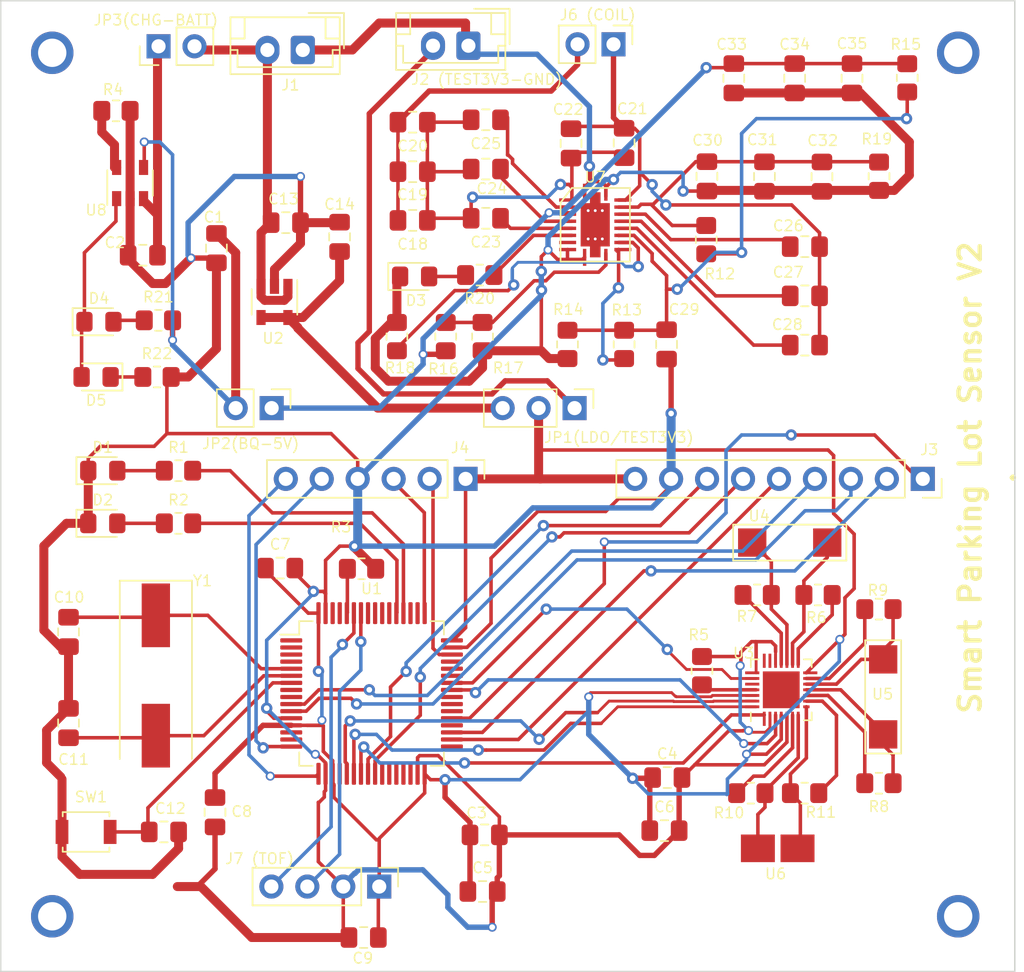
<source format=kicad_pcb>
(kicad_pcb (version 20171130) (host pcbnew "(5.1.8)-1")
  (layers (0 F.Cu signal) (31 B.Cu signal) (34 B.Paste user hide) (35 F.Paste user hide) (36 B.SilkS user) (37 F.SilkS user) (38 B.Mask user) (39 F.Mask user) (44 Edge.Cuts user))
  (net 0 "")
  (net 1 "Net-(C1-Pad2)")
  (net 2 GND)
  (net 3 /STM32SUPPLY)
  (net 4 "Net-(C10-Pad1)")
  (net 5 "Net-(C11-Pad1)")
  (net 6 "Net-(C12-Pad1)")
  (net 7 "Net-(C18-Pad2)")
  (net 8 "Net-(C18-Pad1)")
  (net 9 "Net-(C21-Pad2)")
  (net 10 "Net-(C23-Pad1)")
  (net 11 "Net-(C24-Pad1)")
  (net 12 "Net-(C25-Pad1)")
  (net 13 "Net-(C26-Pad1)")
  (net 14 "Net-(C27-Pad1)")
  (net 15 "Net-(C28-Pad1)")
  (net 16 "Net-(C29-Pad1)")
  (net 17 /VRECT)
  (net 18 "Net-(D1-Pad2)")
  (net 19 "Net-(D2-Pad2)")
  (net 20 "Net-(D3-Pad2)")
  (net 21 +BATT)
  (net 22 +3V3)
  (net 23 /LoRaEN)
  (net 24 /LoRaIRQ)
  (net 25 /SPI2_SCK)
  (net 26 /SPI2_MISO)
  (net 27 /SPI2_MOSI)
  (net 28 /SPI2_SSN)
  (net 29 /LoRaRST)
  (net 30 /USART_RX)
  (net 31 /USART_TX)
  (net 32 /SWD_SWCLK)
  (net 33 /SWD_SWDIO)
  (net 34 /I2C1_SDA)
  (net 35 /I2C1_SCL)
  (net 36 /USER_LED1)
  (net 37 /USER_LED2)
  (net 38 "Net-(R3-Pad1)")
  (net 39 "Net-(R5-Pad1)")
  (net 40 "Net-(R6-Pad2)")
  (net 41 "Net-(R6-Pad1)")
  (net 42 "Net-(R7-Pad2)")
  (net 43 "Net-(R7-Pad1)")
  (net 44 "Net-(R8-Pad2)")
  (net 45 "Net-(R8-Pad1)")
  (net 46 "Net-(R9-Pad2)")
  (net 47 "Net-(R9-Pad1)")
  (net 48 "Net-(R10-Pad2)")
  (net 49 "Net-(R10-Pad1)")
  (net 50 "Net-(R11-Pad2)")
  (net 51 "Net-(R11-Pad1)")
  (net 52 "Net-(R13-Pad1)")
  (net 53 "Net-(R16-Pad2)")
  (net 54 +5V)
  (net 55 "Net-(R18-Pad1)")
  (net 56 /CHG_LED)
  (net 57 "Net-(U1-Pad62)")
  (net 58 "Net-(U1-Pad61)")
  (net 59 "Net-(U1-Pad57)")
  (net 60 "Net-(U1-Pad56)")
  (net 61 "Net-(U1-Pad55)")
  (net 62 "Net-(U1-Pad54)")
  (net 63 "Net-(U1-Pad51)")
  (net 64 "Net-(U1-Pad50)")
  (net 65 "Net-(U1-Pad45)")
  (net 66 "Net-(U1-Pad44)")
  (net 67 "Net-(U1-Pad43)")
  (net 68 /MAG_RDY)
  (net 69 /SPI1_SSN)
  (net 70 "Net-(U1-Pad40)")
  (net 71 "Net-(U1-Pad39)")
  (net 72 "Net-(U1-Pad38)")
  (net 73 /LoRa_RESET)
  (net 74 "Net-(U1-Pad33)")
  (net 75 "Net-(U1-Pad30)")
  (net 76 "Net-(U1-Pad29)")
  (net 77 "Net-(U1-Pad28)")
  (net 78 "Net-(U1-Pad27)")
  (net 79 "Net-(U1-Pad26)")
  (net 80 /SPI1_MOSI)
  (net 81 /SPI1_MISO)
  (net 82 /SPI1_SCK)
  (net 83 "Net-(U1-Pad20)")
  (net 84 "Net-(U1-Pad15)")
  (net 85 "Net-(U1-Pad14)")
  (net 86 "Net-(U1-Pad9)")
  (net 87 "Net-(U1-Pad8)")
  (net 88 "Net-(U1-Pad4)")
  (net 89 "Net-(U1-Pad3)")
  (net 90 "Net-(U1-Pad2)")
  (net 91 "Net-(U1-Pad1)")
  (net 92 "Net-(U3-Pad24)")
  (net 93 "Net-(U3-Pad21)")
  (net 94 "Net-(U3-Pad20)")
  (net 95 "Net-(U7-Pad8)")
  (net 96 "Net-(C2-Pad1)")
  (net 97 /LP2985_Output)
  (net 98 "Net-(D4-Pad2)")
  (net 99 "Net-(D4-Pad1)")
  (net 100 "Net-(D5-Pad1)")
  (net 101 "Net-(R4-Pad2)")
  (module Connector_PinHeader_2.54mm:PinHeader_1x02_P2.54mm_Vertical (layer F.Cu) (at 97.51 23.54 90)
    (fp_text reference "JP3(CHG-BATT)" (at 1.85 -0.19 180) (layer F.SilkS) (effects (font (size 0.75 0.75) (thickness 0.1))))
    (fp_text value Jumper)
    (pad 2 thru_hole oval (at 0 2.54 90) (size 1.7 1.7) (drill 1) (layers *.Cu *.Mask) (net 21 +BATT))
    (pad 1 thru_hole rect (at 0 0 90) (size 1.7 1.7) (drill 1) (layers *.Cu *.Mask) (net 96 "Net-(C2-Pad1)"))
  )
  (module Package_TO_SOT_SMD:SOT-23-5 (layer F.Cu) (at 95.5 33.2 90)
    (fp_text reference U8 (at -1.91 -2.4 180) (layer F.SilkS) (effects (font (size 0.75 0.75) (thickness 0.1))))
    (fp_text value MCP73831-2-OT)
    (pad 5 smd rect (at 1.1 -0.95 90) (size 1.06 0.65) (layers F.Cu F.Paste F.Mask) (net 101 "Net-(R4-Pad2)"))
    (pad 4 smd rect (at 1.1 0.95 90) (size 1.06 0.65) (layers F.Cu F.Paste F.Mask) (net 1 "Net-(C1-Pad2)"))
    (pad 3 smd rect (at -1.1 0.95 90) (size 1.06 0.65) (layers F.Cu F.Paste F.Mask) (net 96 "Net-(C2-Pad1)"))
    (pad 2 smd rect (at -1.1 0 90) (size 1.06 0.65) (layers F.Cu F.Paste F.Mask) (net 2 GND))
    (pad 1 smd rect (at -1.1 -0.95 90) (size 1.06 0.65) (layers F.Cu F.Paste F.Mask) (net 99 "Net-(D4-Pad1)"))
  )
  (module Resistor_SMD:R_0805_2012Metric_Pad1.20x1.40mm_HandSolder (layer F.Cu) (at 97.4 46.9)
    (fp_text reference R22 (at 0 -1.65) (layer F.SilkS) (effects (font (size 0.75 0.75) (thickness 0.1))))
    (fp_text value 1K)
    (pad 2 smd roundrect (at 1 0) (size 1.2 1.4) (layers F.Cu F.Paste F.Mask) (roundrect_rratio 0.208333) (net 2 GND))
    (pad 1 smd roundrect (at -1 0) (size 1.2 1.4) (layers F.Cu F.Paste F.Mask) (roundrect_rratio 0.208333) (net 100 "Net-(D5-Pad1)"))
  )
  (module Resistor_SMD:R_0805_2012Metric_Pad1.20x1.40mm_HandSolder (layer F.Cu) (at 97.5 42.9)
    (fp_text reference R21 (at 0 -1.65) (layer F.SilkS) (effects (font (size 0.75 0.75) (thickness 0.1))))
    (fp_text value 1K)
    (pad 2 smd roundrect (at 1 0) (size 1.2 1.4) (layers F.Cu F.Paste F.Mask) (roundrect_rratio 0.208333) (net 1 "Net-(C1-Pad2)"))
    (pad 1 smd roundrect (at -1 0) (size 1.2 1.4) (layers F.Cu F.Paste F.Mask) (roundrect_rratio 0.208333) (net 98 "Net-(D4-Pad2)"))
  )
  (module Resistor_SMD:R_0805_2012Metric_Pad1.20x1.40mm_HandSolder (layer F.Cu) (at 94.5 28.1 180)
    (fp_text reference R4 (at 0.2 1.5) (layer F.SilkS) (effects (font (size 0.75 0.75) (thickness 0.1))))
    (fp_text value 2K)
    (pad 2 smd roundrect (at 1 0 180) (size 1.2 1.4) (layers F.Cu F.Paste F.Mask) (roundrect_rratio 0.208333) (net 101 "Net-(R4-Pad2)"))
    (pad 1 smd roundrect (at -1 0 180) (size 1.2 1.4) (layers F.Cu F.Paste F.Mask) (roundrect_rratio 0.208333) (net 2 GND))
  )
  (module Connector_PinHeader_2.54mm:PinHeader_1x02_P2.54mm_Vertical (layer F.Cu) (at 105.5 49.1 270)
    (fp_text reference "JP2(BQ-5V)" (at 2.51 1.48 180) (layer F.SilkS) (effects (font (size 0.75 0.75) (thickness 0.1))))
    (fp_text value Jumper)
    (pad 2 thru_hole oval (at 0 2.54 270) (size 1.7 1.7) (drill 1) (layers *.Cu *.Mask) (net 1 "Net-(C1-Pad2)"))
    (pad 1 thru_hole rect (at 0 0 270) (size 1.7 1.7) (drill 1) (layers *.Cu *.Mask) (net 54 +5V))
  )
  (module LED_SMD:LED_0805_2012Metric_Pad1.15x1.40mm_HandSolder (layer F.Cu) (at 93.1 46.9 180)
    (fp_text reference D5 (at 0 -1.65) (layer F.SilkS) (effects (font (size 0.75 0.75) (thickness 0.1))))
    (fp_text value LED)
    (pad 2 smd roundrect (at 1.025 0 180) (size 1.15 1.4) (layers F.Cu F.Paste F.Mask) (roundrect_rratio 0.217391) (net 99 "Net-(D4-Pad1)"))
    (pad 1 smd roundrect (at -1.025 0 180) (size 1.15 1.4) (layers F.Cu F.Paste F.Mask) (roundrect_rratio 0.217391) (net 100 "Net-(D5-Pad1)"))
  )
  (module LED_SMD:LED_0805_2012Metric_Pad1.15x1.40mm_HandSolder (layer F.Cu) (at 93.3 43)
    (fp_text reference D4 (at 0 -1.65) (layer F.SilkS) (effects (font (size 0.75 0.75) (thickness 0.1))))
    (fp_text value LED)
    (pad 2 smd roundrect (at 1.025 0) (size 1.15 1.4) (layers F.Cu F.Paste F.Mask) (roundrect_rratio 0.217391) (net 98 "Net-(D4-Pad2)"))
    (pad 1 smd roundrect (at -1.025 0) (size 1.15 1.4) (layers F.Cu F.Paste F.Mask) (roundrect_rratio 0.217391) (net 99 "Net-(D4-Pad1)"))
  )
  (module Capacitor_SMD:C_0805_2012Metric_Pad1.18x1.45mm_HandSolder (layer F.Cu) (at 110.3 37 90)
    (fp_text reference C14 (at 2.3 0 180) (layer F.SilkS) (effects (font (size 0.75 0.75) (thickness 0.1))))
    (fp_text value 104)
    (pad 2 smd roundrect (at 1.0375 0 90) (size 1.175 1.45) (layers F.Cu F.Paste F.Mask) (roundrect_rratio 0.212766) (net 2 GND))
    (pad 1 smd roundrect (at -1.0375 0 90) (size 1.175 1.45) (layers F.Cu F.Paste F.Mask) (roundrect_rratio 0.212766) (net 97 /LP2985_Output))
  )
  (module Capacitor_SMD:C_0805_2012Metric_Pad1.18x1.45mm_HandSolder (layer F.Cu) (at 106.5 36)
    (fp_text reference C13 (at -0.16 -1.67) (layer F.SilkS) (effects (font (size 0.75 0.75) (thickness 0.1))))
    (fp_text value "1uF 50V")
    (pad 2 smd roundrect (at 1.0375 0) (size 1.175 1.45) (layers F.Cu F.Paste F.Mask) (roundrect_rratio 0.212766) (net 2 GND))
    (pad 1 smd roundrect (at -1.0375 0) (size 1.175 1.45) (layers F.Cu F.Paste F.Mask) (roundrect_rratio 0.212766) (net 21 +BATT))
  )
  (module Capacitor_SMD:C_0805_2012Metric_Pad1.18x1.45mm_HandSolder (layer F.Cu) (at 96.4 38.3 180)
    (fp_text reference C2 (at 1.97 0.89) (layer F.SilkS) (effects (font (size 0.75 0.75) (thickness 0.1))))
    (fp_text value 10uF)
    (pad 2 smd roundrect (at 1.0375 0 180) (size 1.175 1.45) (layers F.Cu F.Paste F.Mask) (roundrect_rratio 0.212766) (net 2 GND))
    (pad 1 smd roundrect (at -1.0375 0 180) (size 1.175 1.45) (layers F.Cu F.Paste F.Mask) (roundrect_rratio 0.212766) (net 96 "Net-(C2-Pad1)"))
  )
  (module Capacitor_SMD:C_0805_2012Metric_Pad1.18x1.45mm_HandSolder (layer F.Cu) (at 101.6 37.8 90)
    (fp_text reference C1 (at 2.19 -0.17 180) (layer F.SilkS) (effects (font (size 0.75 0.75) (thickness 0.1))))
    (fp_text value 10uF)
    (pad 2 smd roundrect (at 1.0375 0 90) (size 1.175 1.45) (layers F.Cu F.Paste F.Mask) (roundrect_rratio 0.212766) (net 1 "Net-(C1-Pad2)"))
    (pad 1 smd roundrect (at -1.0375 0 90) (size 1.175 1.45) (layers F.Cu F.Paste F.Mask) (roundrect_rratio 0.212766) (net 2 GND))
  )
  (module Package_TO_SOT_SMD:SOT-23-5 (layer F.Cu) (at 105.7 41.6 270)
    (fp_text reference U2 (at 2.57 0.1 180) (layer F.SilkS) (effects (font (size 0.75 0.75) (thickness 0.1))))
    (fp_text value LP2985-3.3)
    (pad 5 smd rect (at 1.1 -0.95 270) (size 1.06 0.65) (layers F.Cu F.Paste F.Mask) (net 97 /LP2985_Output))
    (pad 4 smd rect (at 1.1 0.95 270) (size 1.06 0.65) (layers F.Cu F.Paste F.Mask) (net 97 /LP2985_Output))
    (pad 3 smd rect (at -1.1 0.95 270) (size 1.06 0.65) (layers F.Cu F.Paste F.Mask) (net 21 +BATT))
    (pad 2 smd rect (at -1.1 0 270) (size 1.06 0.65) (layers F.Cu F.Paste F.Mask) (net 2 GND))
    (pad 1 smd rect (at -1.1 -0.95 270) (size 1.06 0.65) (layers F.Cu F.Paste F.Mask) (net 21 +BATT))
  )
  (module RM3100:RM3100_SEN_XY (layer F.Cu) (at 148.7 69.5 270)
    (fp_text reference U5 (at -0.19 0.04 180) (layer F.SilkS) (effects (font (size 0.75 0.75) (thickness 0.1))))
    (fp_text value Sen-Y)
    (pad 2 smd rect (at 2.65 0 270) (size 2 2) (layers F.Cu F.Paste F.Mask) (net 45 "Net-(R8-Pad1)"))
    (pad 1 smd rect (at -2.65 0 270) (size 2 2) (layers F.Cu F.Paste F.Mask) (net 47 "Net-(R9-Pad1)"))
  )
  (module RM3100:RM3100_SEN_XY (layer F.Cu) (at 142.1 58.6 180)
    (fp_text reference U4 (at 2.16 1.88) (layer F.SilkS) (effects (font (size 0.75 0.75) (thickness 0.1))))
    (fp_text value Sen-X)
    (pad 2 smd rect (at 2.65 0 180) (size 2 2) (layers F.Cu F.Paste F.Mask) (net 43 "Net-(R7-Pad1)"))
    (pad 1 smd rect (at -2.65 0 180) (size 2 2) (layers F.Cu F.Paste F.Mask) (net 41 "Net-(R6-Pad1)"))
  )
  (module Connector_PinHeader_2.54mm:PinHeader_1x02_P2.54mm_Vertical (layer F.Cu) (at 129.65 23.4 270)
    (fp_text reference "J6 (COIL)" (at -2.08 1.12 180) (layer F.SilkS) (effects (font (size 0.75 0.75) (thickness 0.1))))
    (fp_text value Coil)
    (pad 2 thru_hole oval (at 0 2.54 270) (size 1.7 1.7) (drill 1) (layers *.Cu *.Mask) (net 7 "Net-(C18-Pad2)"))
    (pad 1 thru_hole rect (at 0 0 270) (size 1.7 1.7) (drill 1) (layers *.Cu *.Mask) (net 9 "Net-(C21-Pad2)"))
  )
  (module bq51013b:VQFN20 (layer F.Cu) (at 128.36 36.15 270)
    (fp_text reference U7 (at -3.37 0) (layer F.SilkS) (effects (font (size 0.75 0.75) (thickness 0.1))))
    (fp_text value bq51013b)
    (pad "" thru_hole circle (at 1 0.5) (size 0.2 0.2) (drill 0.2) (layers *.Cu *.Mask))
    (pad "" thru_hole circle (at 1 -0.5) (size 0.2 0.2) (drill 0.2) (layers *.Cu *.Mask))
    (pad "" thru_hole circle (at -1 -0.5) (size 0.2 0.2) (drill 0.2) (layers *.Cu *.Mask))
    (pad "" thru_hole circle (at -1 0.5) (size 0.2 0.2) (drill 0.2) (layers *.Cu *.Mask))
    (pad "" thru_hole circle (at 1 0) (size 0.2 0.2) (drill 0.2) (layers *.Cu *.Mask))
    (pad "" thru_hole circle (at -1 0) (size 0.2 0.2) (drill 0.2) (layers *.Cu *.Mask))
    (pad "" smd custom (at 0 0 270) (size 2.4 1.95) (layers F.Cu F.Mask) (options (clearance outline) (anchor rect)) (primitives (gr_poly (pts (xy -2.3 0.375) (xy -1.53 0.375) (xy -1.53 1.03) (xy 1.53 1.03) (xy 1.53 0.375) (xy 2.3 0.375) (xy 2.3 -0.375) (xy 1.53 -0.375) (xy 1.53 -1.03) (xy -1.53 -1.03) (xy -1.53 -0.375) (xy -2.3 -0.375)) (width 0))))
    (pad 11 smd rect (at 2.3 -0.75) (size 0.24 1.2) (layers F.Cu F.Paste F.Mask) (net 53 "Net-(R16-Pad2)"))
    (pad 10 smd rect (at 2.3 0.75) (size 0.24 1.2) (layers F.Cu F.Paste F.Mask) (net 2 GND))
    (pad 20 smd rect (at -2.3 -0.75) (size 0.24 1.2) (layers F.Cu F.Paste F.Mask) (net 2 GND))
    (pad 1 smd rect (at -2.3 0.75) (size 0.24 1.2) (layers F.Cu F.Paste F.Mask) (net 2 GND))
    (pad 9 smd rect (at 1.75 1.95 270) (size 0.24 1.2) (layers F.Cu F.Paste F.Mask) (net 2 GND))
    (pad 12 smd rect (at 1.75 -1.95 270) (size 0.24 1.2) (layers F.Cu F.Paste F.Mask) (net 52 "Net-(R13-Pad1)"))
    (pad 8 smd rect (at 1.25 1.95 270) (size 0.24 1.2) (layers F.Cu F.Paste F.Mask) (net 95 "Net-(U7-Pad8)"))
    (pad 13 smd rect (at 1.25 -1.95 270) (size 0.24 1.2) (layers F.Cu F.Paste F.Mask) (net 55 "Net-(R18-Pad1)"))
    (pad 7 smd rect (at 0.75 1.95 270) (size 0.24 1.2) (layers F.Cu F.Paste F.Mask) (net 56 /CHG_LED))
    (pad 14 smd rect (at 0.75 -1.95 270) (size 0.24 1.2) (layers F.Cu F.Paste F.Mask) (net 16 "Net-(C29-Pad1)"))
    (pad 6 smd rect (at 0.25 1.95 270) (size 0.24 1.2) (layers F.Cu F.Paste F.Mask) (net 10 "Net-(C23-Pad1)"))
    (pad 15 smd rect (at 0.25 -1.95 270) (size 0.24 1.2) (layers F.Cu F.Paste F.Mask) (net 15 "Net-(C28-Pad1)"))
    (pad 5 smd rect (at -0.25 1.95 270) (size 0.24 1.2) (layers F.Cu F.Paste F.Mask) (net 11 "Net-(C24-Pad1)"))
    (pad 16 smd rect (at -0.25 -1.95 270) (size 0.24 1.2) (layers F.Cu F.Paste F.Mask) (net 14 "Net-(C27-Pad1)"))
    (pad 4 smd rect (at -0.75 1.95 270) (size 0.24 1.2) (layers F.Cu F.Paste F.Mask) (net 54 +5V))
    (pad 17 smd rect (at -0.75 -1.95 270) (size 0.24 1.2) (layers F.Cu F.Paste F.Mask) (net 13 "Net-(C26-Pad1)"))
    (pad 3 smd rect (at -1.25 1.95 270) (size 0.24 1.2) (layers F.Cu F.Paste F.Mask) (net 12 "Net-(C25-Pad1)"))
    (pad 18 smd rect (at -1.25 -1.95 270) (size 0.24 1.2) (layers F.Cu F.Paste F.Mask) (net 17 /VRECT))
    (pad 2 smd rect (at -1.75 1.95 270) (size 0.24 1.2) (layers F.Cu F.Paste F.Mask) (net 8 "Net-(C18-Pad1)"))
    (pad 19 smd rect (at -1.75 -1.95 270) (size 0.24 1.2) (layers F.Cu F.Paste F.Mask) (net 9 "Net-(C21-Pad2)"))
  )
  (module RM3100:QFN-28_EP_4x4_Pitch0.4mm (layer F.Cu) (at 141.5 69 90)
    (fp_text reference U3 (at 2.59 -2.66 180) (layer F.SilkS) (effects (font (size 0.75 0.75) (thickness 0.1))))
    (fp_text value RM3100)
    (pad "" smd rect (at 0 0 90) (size 2.6 2.6) (layers F.Cu F.Paste F.Mask))
    (pad 28 smd rect (at -1.2 -2.05 90) (size 0.2 1) (layers F.Cu F.Paste F.Mask) (net 81 /SPI1_MISO))
    (pad 27 smd rect (at -0.8 -2.05 90) (size 0.2 1) (layers F.Cu F.Paste F.Mask) (net 82 /SPI1_SCK))
    (pad 26 smd rect (at -0.4 -2.05 90) (size 0.2 1) (layers F.Cu F.Paste F.Mask) (net 3 /STM32SUPPLY))
    (pad 25 smd rect (at 0 -2.05 90) (size 0.2 1) (layers F.Cu F.Paste F.Mask) (net 39 "Net-(R5-Pad1)"))
    (pad 24 smd rect (at 0.4 -2.05 90) (size 0.2 1) (layers F.Cu F.Paste F.Mask) (net 92 "Net-(U3-Pad24)"))
    (pad 23 smd rect (at 0.8 -2.05 90) (size 0.2 1) (layers F.Cu F.Paste F.Mask) (net 68 /MAG_RDY))
    (pad 22 smd rect (at 1.2 -2.05 90) (size 0.2 1) (layers F.Cu F.Paste F.Mask) (net 2 GND))
    (pad 21 smd rect (at 2.05 -1.2 180) (size 0.2 1) (layers F.Cu F.Paste F.Mask) (net 93 "Net-(U3-Pad21)"))
    (pad 20 smd rect (at 2.05 -0.8 180) (size 0.2 1) (layers F.Cu F.Paste F.Mask) (net 94 "Net-(U3-Pad20)"))
    (pad 19 smd rect (at 2.05 -0.4 180) (size 0.2 1) (layers F.Cu F.Paste F.Mask) (net 2 GND))
    (pad 18 smd rect (at 2.05 0 180) (size 0.2 1) (layers F.Cu F.Paste F.Mask) (net 42 "Net-(R7-Pad2)"))
    (pad 17 smd rect (at 2.05 0.4 180) (size 0.2 1) (layers F.Cu F.Paste F.Mask) (net 43 "Net-(R7-Pad1)"))
    (pad 16 smd rect (at 2.05 0.8 180) (size 0.2 1) (layers F.Cu F.Paste F.Mask) (net 41 "Net-(R6-Pad1)"))
    (pad 15 smd rect (at 2.05 1.2 180) (size 0.2 1) (layers F.Cu F.Paste F.Mask) (net 40 "Net-(R6-Pad2)"))
    (pad 14 smd rect (at 1.2 2.05 90) (size 0.2 1) (layers F.Cu F.Paste F.Mask) (net 3 /STM32SUPPLY))
    (pad 13 smd rect (at 0.8 2.05 90) (size 0.2 1) (layers F.Cu F.Paste F.Mask) (net 46 "Net-(R9-Pad2)"))
    (pad 12 smd rect (at 0.4 2.05 90) (size 0.2 1) (layers F.Cu F.Paste F.Mask) (net 47 "Net-(R9-Pad1)"))
    (pad 11 smd rect (at 0 2.05 90) (size 0.2 1) (layers F.Cu F.Paste F.Mask) (net 45 "Net-(R8-Pad1)"))
    (pad 10 smd rect (at -0.4 2.05 90) (size 0.2 1) (layers F.Cu F.Paste F.Mask) (net 44 "Net-(R8-Pad2)"))
    (pad 9 smd rect (at -0.8 2.05 90) (size 0.2 1) (layers F.Cu F.Paste F.Mask) (net 50 "Net-(R11-Pad2)"))
    (pad 8 smd rect (at -1.2 1.775 90) (size 0.2 0.45) (layers F.Cu F.Paste F.Mask) (net 51 "Net-(R11-Pad1)"))
    (pad 7 smd rect (at -2.05 1.2 180) (size 0.2 1) (layers F.Cu F.Paste F.Mask) (net 49 "Net-(R10-Pad1)"))
    (pad 6 smd rect (at -2.05 0.8 180) (size 0.2 1) (layers F.Cu F.Paste F.Mask) (net 48 "Net-(R10-Pad2)"))
    (pad 5 smd rect (at -2.05 0.4 180) (size 0.2 1) (layers F.Cu F.Paste F.Mask) (net 2 GND))
    (pad 4 smd rect (at -2.05 0 180) (size 0.2 1) (layers F.Cu F.Paste F.Mask) (net 3 /STM32SUPPLY))
    (pad 3 smd rect (at -2.05 -0.4 180) (size 0.2 1) (layers F.Cu F.Paste F.Mask) (net 69 /SPI1_SSN))
    (pad 2 smd rect (at -2.05 -0.8 180) (size 0.2 1) (layers F.Cu F.Paste F.Mask) (net 2 GND))
    (pad 1 smd rect (at -2.05 -1.2 180) (size 0.2 1) (layers F.Cu F.Paste F.Mask) (net 80 /SPI1_MOSI))
  )
  (module Button_Switch_SMD:SW_SPST_B3U-1000P (layer F.Cu) (at 92.39 79.04)
    (fp_text reference SW1 (at 0.35 -2.47) (layer F.SilkS) (effects (font (size 0.75 0.75) (thickness 0.1))))
    (fp_text value SW_Push)
    (pad 2 smd rect (at 1.7 0) (size 0.9 1.7) (layers F.Cu F.Paste F.Mask) (net 6 "Net-(C12-Pad1)"))
    (pad 1 smd rect (at -1.7 0) (size 0.9 1.7) (layers F.Cu F.Paste F.Mask) (net 2 GND))
  )
  (module Crystal:Crystal_SMD_HC49-SD (layer F.Cu) (at 97.32 67.99 270)
    (fp_text reference Y1 (at -6.69 -3.3 180) (layer F.SilkS) (effects (font (size 0.75 0.75) (thickness 0.1))))
    (fp_text value 8MHz)
    (pad 2 smd rect (at 4.25 0 270) (size 4.5 2) (layers F.Cu F.Paste F.Mask) (net 5 "Net-(C11-Pad1)"))
    (pad 1 smd rect (at -4.25 0 270) (size 4.5 2) (layers F.Cu F.Paste F.Mask) (net 4 "Net-(C10-Pad1)"))
  )
  (module RM3100:RM3100_SEN_Z (layer F.Cu) (at 141.25 80.2 180)
    (fp_text reference U6 (at 0.15 -1.8) (layer F.SilkS) (effects (font (size 0.75 0.75) (thickness 0.1))))
    (fp_text value Sen-Z)
    (pad 2 smd rect (at 1.4 0 180) (size 2.4 1.95) (layers F.Cu F.Paste F.Mask) (net 49 "Net-(R10-Pad1)"))
    (pad 1 smd rect (at -1.4 0 180) (size 2.4 1.95) (layers F.Cu F.Paste F.Mask) (net 51 "Net-(R11-Pad1)"))
  )
  (module Package_QFP:LQFP-64_10x10mm_P0.5mm (layer F.Cu) (at 112.56 69.26)
    (fp_text reference U1 (at 0 -7.4) (layer F.SilkS) (effects (font (size 0.75 0.75) (thickness 0.1))))
    (fp_text value STM32L053R8Tx)
    (pad 64 smd roundrect (at -3.75 -5.675) (size 0.3 1.55) (layers F.Cu F.Paste F.Mask) (net 3 /STM32SUPPLY))
    (pad 63 smd roundrect (at -3.25 -5.675) (size 0.3 1.55) (layers F.Cu F.Paste F.Mask) (net 2 GND))
    (pad 62 smd roundrect (at -2.75 -5.675) (size 0.3 1.55) (layers F.Cu F.Paste F.Mask) (net 57 "Net-(U1-Pad62)"))
    (pad 61 smd roundrect (at -2.25 -5.675) (size 0.3 1.55) (layers F.Cu F.Paste F.Mask) (net 58 "Net-(U1-Pad61)"))
    (pad 60 smd roundrect (at -1.75 -5.675) (size 0.3 1.55) (layers F.Cu F.Paste F.Mask) (net 38 "Net-(R3-Pad1)"))
    (pad 59 smd roundrect (at -1.25 -5.675) (size 0.3 1.55) (layers F.Cu F.Paste F.Mask) (net 34 /I2C1_SDA))
    (pad 58 smd roundrect (at -0.75 -5.675) (size 0.3 1.55) (layers F.Cu F.Paste F.Mask) (net 35 /I2C1_SCL))
    (pad 57 smd roundrect (at -0.25 -5.675) (size 0.3 1.55) (layers F.Cu F.Paste F.Mask) (net 59 "Net-(U1-Pad57)"))
    (pad 56 smd roundrect (at 0.25 -5.675) (size 0.3 1.55) (layers F.Cu F.Paste F.Mask) (net 60 "Net-(U1-Pad56)"))
    (pad 55 smd roundrect (at 0.75 -5.675) (size 0.3 1.55) (layers F.Cu F.Paste F.Mask) (net 61 "Net-(U1-Pad55)"))
    (pad 54 smd roundrect (at 1.25 -5.675) (size 0.3 1.55) (layers F.Cu F.Paste F.Mask) (net 62 "Net-(U1-Pad54)"))
    (pad 53 smd roundrect (at 1.75 -5.675) (size 0.3 1.55) (layers F.Cu F.Paste F.Mask) (net 37 /USER_LED2))
    (pad 52 smd roundrect (at 2.25 -5.675) (size 0.3 1.55) (layers F.Cu F.Paste F.Mask) (net 36 /USER_LED1))
    (pad 51 smd roundrect (at 2.75 -5.675) (size 0.3 1.55) (layers F.Cu F.Paste F.Mask) (net 63 "Net-(U1-Pad51)"))
    (pad 50 smd roundrect (at 3.25 -5.675) (size 0.3 1.55) (layers F.Cu F.Paste F.Mask) (net 64 "Net-(U1-Pad50)"))
    (pad 49 smd roundrect (at 3.75 -5.675) (size 0.3 1.55) (layers F.Cu F.Paste F.Mask) (net 32 /SWD_SWCLK))
    (pad 48 smd roundrect (at 5.675 -3.75) (size 1.55 0.3) (layers F.Cu F.Paste F.Mask) (net 3 /STM32SUPPLY))
    (pad 47 smd roundrect (at 5.675 -3.25) (size 1.55 0.3) (layers F.Cu F.Paste F.Mask) (net 2 GND))
    (pad 46 smd roundrect (at 5.675 -2.75) (size 1.55 0.3) (layers F.Cu F.Paste F.Mask) (net 33 /SWD_SWDIO))
    (pad 45 smd roundrect (at 5.675 -2.25) (size 1.55 0.3) (layers F.Cu F.Paste F.Mask) (net 65 "Net-(U1-Pad45)"))
    (pad 44 smd roundrect (at 5.675 -1.75) (size 1.55 0.3) (layers F.Cu F.Paste F.Mask) (net 66 "Net-(U1-Pad44)"))
    (pad 43 smd roundrect (at 5.675 -1.25) (size 1.55 0.3) (layers F.Cu F.Paste F.Mask) (net 67 "Net-(U1-Pad43)"))
    (pad 42 smd roundrect (at 5.675 -0.75) (size 1.55 0.3) (layers F.Cu F.Paste F.Mask) (net 68 /MAG_RDY))
    (pad 41 smd roundrect (at 5.675 -0.25) (size 1.55 0.3) (layers F.Cu F.Paste F.Mask) (net 69 /SPI1_SSN))
    (pad 40 smd roundrect (at 5.675 0.25) (size 1.55 0.3) (layers F.Cu F.Paste F.Mask) (net 70 "Net-(U1-Pad40)"))
    (pad 39 smd roundrect (at 5.675 0.75) (size 1.55 0.3) (layers F.Cu F.Paste F.Mask) (net 71 "Net-(U1-Pad39)"))
    (pad 38 smd roundrect (at 5.675 1.25) (size 1.55 0.3) (layers F.Cu F.Paste F.Mask) (net 72 "Net-(U1-Pad38)"))
    (pad 37 smd roundrect (at 5.675 1.75) (size 1.55 0.3) (layers F.Cu F.Paste F.Mask) (net 29 /LoRaRST))
    (pad 36 smd roundrect (at 5.675 2.25) (size 1.55 0.3) (layers F.Cu F.Paste F.Mask) (net 73 /LoRa_RESET))
    (pad 35 smd roundrect (at 5.675 2.75) (size 1.55 0.3) (layers F.Cu F.Paste F.Mask) (net 28 /SPI2_SSN))
    (pad 34 smd roundrect (at 5.675 3.25) (size 1.55 0.3) (layers F.Cu F.Paste F.Mask) (net 25 /SPI2_SCK))
    (pad 33 smd roundrect (at 5.675 3.75) (size 1.55 0.3) (layers F.Cu F.Paste F.Mask) (net 74 "Net-(U1-Pad33)"))
    (pad 32 smd roundrect (at 3.75 5.675) (size 0.3 1.55) (layers F.Cu F.Paste F.Mask) (net 3 /STM32SUPPLY))
    (pad 31 smd roundrect (at 3.25 5.675) (size 0.3 1.55) (layers F.Cu F.Paste F.Mask) (net 2 GND))
    (pad 30 smd roundrect (at 2.75 5.675) (size 0.3 1.55) (layers F.Cu F.Paste F.Mask) (net 75 "Net-(U1-Pad30)"))
    (pad 29 smd roundrect (at 2.25 5.675) (size 0.3 1.55) (layers F.Cu F.Paste F.Mask) (net 76 "Net-(U1-Pad29)"))
    (pad 28 smd roundrect (at 1.75 5.675) (size 0.3 1.55) (layers F.Cu F.Paste F.Mask) (net 77 "Net-(U1-Pad28)"))
    (pad 27 smd roundrect (at 1.25 5.675) (size 0.3 1.55) (layers F.Cu F.Paste F.Mask) (net 78 "Net-(U1-Pad27)"))
    (pad 26 smd roundrect (at 0.75 5.675) (size 0.3 1.55) (layers F.Cu F.Paste F.Mask) (net 79 "Net-(U1-Pad26)"))
    (pad 25 smd roundrect (at 0.25 5.675) (size 0.3 1.55) (layers F.Cu F.Paste F.Mask) (net 24 /LoRaIRQ))
    (pad 24 smd roundrect (at -0.25 5.675) (size 0.3 1.55) (layers F.Cu F.Paste F.Mask) (net 23 /LoRaEN))
    (pad 23 smd roundrect (at -0.75 5.675) (size 0.3 1.55) (layers F.Cu F.Paste F.Mask) (net 80 /SPI1_MOSI))
    (pad 22 smd roundrect (at -1.25 5.675) (size 0.3 1.55) (layers F.Cu F.Paste F.Mask) (net 81 /SPI1_MISO))
    (pad 21 smd roundrect (at -1.75 5.675) (size 0.3 1.55) (layers F.Cu F.Paste F.Mask) (net 82 /SPI1_SCK))
    (pad 20 smd roundrect (at -2.25 5.675) (size 0.3 1.55) (layers F.Cu F.Paste F.Mask) (net 83 "Net-(U1-Pad20)"))
    (pad 19 smd roundrect (at -2.75 5.675) (size 0.3 1.55) (layers F.Cu F.Paste F.Mask) (net 3 /STM32SUPPLY))
    (pad 18 smd roundrect (at -3.25 5.675) (size 0.3 1.55) (layers F.Cu F.Paste F.Mask) (net 2 GND))
    (pad 17 smd roundrect (at -3.75 5.675) (size 0.3 1.55) (layers F.Cu F.Paste F.Mask) (net 30 /USART_RX))
    (pad 16 smd roundrect (at -5.675 3.75) (size 1.55 0.3) (layers F.Cu F.Paste F.Mask) (net 31 /USART_TX))
    (pad 15 smd roundrect (at -5.675 3.25) (size 1.55 0.3) (layers F.Cu F.Paste F.Mask) (net 84 "Net-(U1-Pad15)"))
    (pad 14 smd roundrect (at -5.675 2.75) (size 1.55 0.3) (layers F.Cu F.Paste F.Mask) (net 85 "Net-(U1-Pad14)"))
    (pad 13 smd roundrect (at -5.675 2.25) (size 1.55 0.3) (layers F.Cu F.Paste F.Mask) (net 3 /STM32SUPPLY))
    (pad 12 smd roundrect (at -5.675 1.75) (size 1.55 0.3) (layers F.Cu F.Paste F.Mask) (net 2 GND))
    (pad 11 smd roundrect (at -5.675 1.25) (size 1.55 0.3) (layers F.Cu F.Paste F.Mask) (net 27 /SPI2_MOSI))
    (pad 10 smd roundrect (at -5.675 0.75) (size 1.55 0.3) (layers F.Cu F.Paste F.Mask) (net 26 /SPI2_MISO))
    (pad 9 smd roundrect (at -5.675 0.25) (size 1.55 0.3) (layers F.Cu F.Paste F.Mask) (net 86 "Net-(U1-Pad9)"))
    (pad 8 smd roundrect (at -5.675 -0.25) (size 1.55 0.3) (layers F.Cu F.Paste F.Mask) (net 87 "Net-(U1-Pad8)"))
    (pad 7 smd roundrect (at -5.675 -0.75) (size 1.55 0.3) (layers F.Cu F.Paste F.Mask) (net 6 "Net-(C12-Pad1)"))
    (pad 6 smd roundrect (at -5.675 -1.25) (size 1.55 0.3) (layers F.Cu F.Paste F.Mask) (net 5 "Net-(C11-Pad1)"))
    (pad 5 smd roundrect (at -5.675 -1.75) (size 1.55 0.3) (layers F.Cu F.Paste F.Mask) (net 4 "Net-(C10-Pad1)"))
    (pad 4 smd roundrect (at -5.675 -2.25) (size 1.55 0.3) (layers F.Cu F.Paste F.Mask) (net 88 "Net-(U1-Pad4)"))
    (pad 3 smd roundrect (at -5.675 -2.75) (size 1.55 0.3) (layers F.Cu F.Paste F.Mask) (net 89 "Net-(U1-Pad3)"))
    (pad 2 smd roundrect (at -5.675 -3.25) (size 1.55 0.3) (layers F.Cu F.Paste F.Mask) (net 90 "Net-(U1-Pad2)"))
    (pad 1 smd roundrect (at -5.675 -3.75) (size 1.55 0.3) (layers F.Cu F.Paste F.Mask) (net 91 "Net-(U1-Pad1)"))
  )
  (module Resistor_SMD:R_0805_2012Metric_Pad1.20x1.40mm_HandSolder (layer F.Cu) (at 120.2 39.7 180)
    (fp_text reference R20 (at 0 -1.65) (layer F.SilkS) (effects (font (size 0.75 0.75) (thickness 0.1))))
    (fp_text value R_Small)
    (pad 2 smd roundrect (at 1 0 180) (size 1.2 1.4) (layers F.Cu F.Paste F.Mask) (roundrect_rratio 0.208333) (net 20 "Net-(D3-Pad2)"))
    (pad 1 smd roundrect (at -1 0 180) (size 1.2 1.4) (layers F.Cu F.Paste F.Mask) (roundrect_rratio 0.208333) (net 56 /CHG_LED))
  )
  (module Resistor_SMD:R_0805_2012Metric_Pad1.20x1.40mm_HandSolder (layer F.Cu) (at 148.41 32.72 270)
    (fp_text reference R19 (at -2.63 0.16 180) (layer F.SilkS) (effects (font (size 0.75 0.75) (thickness 0.1))))
    (fp_text value 3K3)
    (pad 2 smd roundrect (at 1 0 270) (size 1.2 1.4) (layers F.Cu F.Paste F.Mask) (roundrect_rratio 0.208333) (net 2 GND))
    (pad 1 smd roundrect (at -1 0 270) (size 1.2 1.4) (layers F.Cu F.Paste F.Mask) (roundrect_rratio 0.208333) (net 17 /VRECT))
  )
  (module Resistor_SMD:R_0805_2012Metric_Pad1.20x1.40mm_HandSolder (layer F.Cu) (at 114.35 44.05 90)
    (fp_text reference R18 (at -2.21 0.22 180) (layer F.SilkS) (effects (font (size 0.75 0.75) (thickness 0.1))))
    (fp_text value 10k)
    (pad 2 smd roundrect (at 1 0 90) (size 1.2 1.4) (layers F.Cu F.Paste F.Mask) (roundrect_rratio 0.208333) (net 2 GND))
    (pad 1 smd roundrect (at -1 0 90) (size 1.2 1.4) (layers F.Cu F.Paste F.Mask) (roundrect_rratio 0.208333) (net 55 "Net-(R18-Pad1)"))
  )
  (module Resistor_SMD:R_0805_2012Metric_Pad1.20x1.40mm_HandSolder (layer F.Cu) (at 120.4 44.05 270)
    (fp_text reference R17 (at 2.21 -1.81 180) (layer F.SilkS) (effects (font (size 0.75 0.75) (thickness 0.1))))
    (fp_text value NC/10k)
    (pad 2 smd roundrect (at 1 0 270) (size 1.2 1.4) (layers F.Cu F.Paste F.Mask) (roundrect_rratio 0.208333) (net 2 GND))
    (pad 1 smd roundrect (at -1 0 270) (size 1.2 1.4) (layers F.Cu F.Paste F.Mask) (roundrect_rratio 0.208333) (net 53 "Net-(R16-Pad2)"))
  )
  (module Resistor_SMD:R_0805_2012Metric_Pad1.20x1.40mm_HandSolder (layer F.Cu) (at 117.8 44.05 90)
    (fp_text reference R16 (at -2.28 -0.16 180) (layer F.SilkS) (effects (font (size 0.75 0.75) (thickness 0.1))))
    (fp_text value 10k)
    (pad 2 smd roundrect (at 1 0 90) (size 1.2 1.4) (layers F.Cu F.Paste F.Mask) (roundrect_rratio 0.208333) (net 53 "Net-(R16-Pad2)"))
    (pad 1 smd roundrect (at -1 0 90) (size 1.2 1.4) (layers F.Cu F.Paste F.Mask) (roundrect_rratio 0.208333) (net 54 +5V))
  )
  (module Resistor_SMD:R_0805_2012Metric_Pad1.20x1.40mm_HandSolder (layer F.Cu) (at 150.4 25.77 90)
    (fp_text reference R15 (at 2.37 -0.1 180) (layer F.SilkS) (effects (font (size 0.75 0.75) (thickness 0.1))))
    (fp_text value NC)
    (pad 2 smd roundrect (at 1 0 90) (size 1.2 1.4) (layers F.Cu F.Paste F.Mask) (roundrect_rratio 0.208333) (net 54 +5V))
    (pad 1 smd roundrect (at -1 0 90) (size 1.2 1.4) (layers F.Cu F.Paste F.Mask) (roundrect_rratio 0.208333) (net 16 "Net-(C29-Pad1)"))
  )
  (module Resistor_SMD:R_0805_2012Metric_Pad1.20x1.40mm_HandSolder (layer F.Cu) (at 126.4 44.6 270)
    (fp_text reference R14 (at -2.47 -0.06 180) (layer F.SilkS) (effects (font (size 0.75 0.75) (thickness 0.1))))
    (fp_text value 180R)
    (pad 2 smd roundrect (at 1 0 270) (size 1.2 1.4) (layers F.Cu F.Paste F.Mask) (roundrect_rratio 0.208333) (net 2 GND))
    (pad 1 smd roundrect (at -1 0 270) (size 1.2 1.4) (layers F.Cu F.Paste F.Mask) (roundrect_rratio 0.208333) (net 16 "Net-(C29-Pad1)"))
  )
  (module Resistor_SMD:R_0805_2012Metric_Pad1.20x1.40mm_HandSolder (layer F.Cu) (at 130.4 44.6 90)
    (fp_text reference R13 (at 2.43 0.19 180) (layer F.SilkS) (effects (font (size 0.75 0.75) (thickness 0.1))))
    (fp_text value 62R)
    (pad 2 smd roundrect (at 1 0 90) (size 1.2 1.4) (layers F.Cu F.Paste F.Mask) (roundrect_rratio 0.208333) (net 16 "Net-(C29-Pad1)"))
    (pad 1 smd roundrect (at -1 0 90) (size 1.2 1.4) (layers F.Cu F.Paste F.Mask) (roundrect_rratio 0.208333) (net 52 "Net-(R13-Pad1)"))
  )
  (module Resistor_SMD:R_0805_2012Metric_Pad1.20x1.40mm_HandSolder (layer F.Cu) (at 136.2 37.2 270)
    (fp_text reference R12 (at 2.42 -0.96 180) (layer F.SilkS) (effects (font (size 0.75 0.75) (thickness 0.1))))
    (fp_text value NC)
    (pad 2 smd roundrect (at 1 0 270) (size 1.2 1.4) (layers F.Cu F.Paste F.Mask) (roundrect_rratio 0.208333) (net 16 "Net-(C29-Pad1)"))
    (pad 1 smd roundrect (at -1 0 270) (size 1.2 1.4) (layers F.Cu F.Paste F.Mask) (roundrect_rratio 0.208333) (net 17 /VRECT))
  )
  (module Resistor_SMD:R_0805_2012Metric_Pad1.20x1.40mm_HandSolder (layer F.Cu) (at 143.15 76.3)
    (fp_text reference R11 (at 1.15 1.35) (layer F.SilkS) (effects (font (size 0.75 0.75) (thickness 0.1))))
    (fp_text value 121)
    (pad 2 smd roundrect (at 1 0) (size 1.2 1.4) (layers F.Cu F.Paste F.Mask) (roundrect_rratio 0.208333) (net 50 "Net-(R11-Pad2)"))
    (pad 1 smd roundrect (at -1 0) (size 1.2 1.4) (layers F.Cu F.Paste F.Mask) (roundrect_rratio 0.208333) (net 51 "Net-(R11-Pad1)"))
  )
  (module Resistor_SMD:R_0805_2012Metric_Pad1.20x1.40mm_HandSolder (layer F.Cu) (at 139.35 76.3 180)
    (fp_text reference R10 (at 1.54 -1.39) (layer F.SilkS) (effects (font (size 0.75 0.75) (thickness 0.1))))
    (fp_text value 121)
    (pad 2 smd roundrect (at 1 0 180) (size 1.2 1.4) (layers F.Cu F.Paste F.Mask) (roundrect_rratio 0.208333) (net 48 "Net-(R10-Pad2)"))
    (pad 1 smd roundrect (at -1 0 180) (size 1.2 1.4) (layers F.Cu F.Paste F.Mask) (roundrect_rratio 0.208333) (net 49 "Net-(R10-Pad1)"))
  )
  (module Resistor_SMD:R_0805_2012Metric_Pad1.20x1.40mm_HandSolder (layer F.Cu) (at 148.4 63.3 180)
    (fp_text reference R9 (at 0.07 1.33) (layer F.SilkS) (effects (font (size 0.75 0.75) (thickness 0.1))))
    (fp_text value 121)
    (pad 2 smd roundrect (at 1 0 180) (size 1.2 1.4) (layers F.Cu F.Paste F.Mask) (roundrect_rratio 0.208333) (net 46 "Net-(R9-Pad2)"))
    (pad 1 smd roundrect (at -1 0 180) (size 1.2 1.4) (layers F.Cu F.Paste F.Mask) (roundrect_rratio 0.208333) (net 47 "Net-(R9-Pad1)"))
  )
  (module Resistor_SMD:R_0805_2012Metric_Pad1.20x1.40mm_HandSolder (layer F.Cu) (at 148.4 75.6 180)
    (fp_text reference R8 (at 0 -1.65) (layer F.SilkS) (effects (font (size 0.75 0.75) (thickness 0.1))))
    (fp_text value 121)
    (pad 2 smd roundrect (at 1 0 180) (size 1.2 1.4) (layers F.Cu F.Paste F.Mask) (roundrect_rratio 0.208333) (net 44 "Net-(R8-Pad2)"))
    (pad 1 smd roundrect (at -1 0 180) (size 1.2 1.4) (layers F.Cu F.Paste F.Mask) (roundrect_rratio 0.208333) (net 45 "Net-(R8-Pad1)"))
  )
  (module Resistor_SMD:R_0805_2012Metric_Pad1.20x1.40mm_HandSolder (layer F.Cu) (at 139.8 62.3 180)
    (fp_text reference R7 (at 0.73 -1.51) (layer F.SilkS) (effects (font (size 0.75 0.75) (thickness 0.1))))
    (fp_text value 121)
    (pad 2 smd roundrect (at 1 0 180) (size 1.2 1.4) (layers F.Cu F.Paste F.Mask) (roundrect_rratio 0.208333) (net 42 "Net-(R7-Pad2)"))
    (pad 1 smd roundrect (at -1 0 180) (size 1.2 1.4) (layers F.Cu F.Paste F.Mask) (roundrect_rratio 0.208333) (net 43 "Net-(R7-Pad1)"))
  )
  (module Resistor_SMD:R_0805_2012Metric_Pad1.20x1.40mm_HandSolder (layer F.Cu) (at 144.1 62.3)
    (fp_text reference R6 (at -0.12 1.6) (layer F.SilkS) (effects (font (size 0.75 0.75) (thickness 0.1))))
    (fp_text value 121)
    (pad 2 smd roundrect (at 1 0) (size 1.2 1.4) (layers F.Cu F.Paste F.Mask) (roundrect_rratio 0.208333) (net 40 "Net-(R6-Pad2)"))
    (pad 1 smd roundrect (at -1 0) (size 1.2 1.4) (layers F.Cu F.Paste F.Mask) (roundrect_rratio 0.208333) (net 41 "Net-(R6-Pad1)"))
  )
  (module Resistor_SMD:R_0805_2012Metric_Pad1.20x1.40mm_HandSolder (layer F.Cu) (at 135.9 67.65 90)
    (fp_text reference R5 (at 2.53 -0.23 180) (layer F.SilkS) (effects (font (size 0.75 0.75) (thickness 0.1))))
    (fp_text value 33k)
    (pad 2 smd roundrect (at 1 0 90) (size 1.2 1.4) (layers F.Cu F.Paste F.Mask) (roundrect_rratio 0.208333) (net 2 GND))
    (pad 1 smd roundrect (at -1 0 90) (size 1.2 1.4) (layers F.Cu F.Paste F.Mask) (roundrect_rratio 0.208333) (net 39 "Net-(R5-Pad1)"))
  )
  (module Resistor_SMD:R_0805_2012Metric_Pad1.20x1.40mm_HandSolder (layer F.Cu) (at 111.85 60.45)
    (fp_text reference R3 (at -1.45 -2.95) (layer F.SilkS) (effects (font (size 0.75 0.75) (thickness 0.1))))
    (fp_text value 10K)
    (pad 2 smd roundrect (at 1 0) (size 1.2 1.4) (layers F.Cu F.Paste F.Mask) (roundrect_rratio 0.208333) (net 2 GND))
    (pad 1 smd roundrect (at -1 0) (size 1.2 1.4) (layers F.Cu F.Paste F.Mask) (roundrect_rratio 0.208333) (net 38 "Net-(R3-Pad1)"))
  )
  (module Resistor_SMD:R_0805_2012Metric_Pad1.20x1.40mm_HandSolder (layer F.Cu) (at 98.92 57.24)
    (fp_text reference R2 (at 0 -1.65) (layer F.SilkS) (effects (font (size 0.75 0.75) (thickness 0.1))))
    (fp_text value R_Small)
    (pad 2 smd roundrect (at 1 0) (size 1.2 1.4) (layers F.Cu F.Paste F.Mask) (roundrect_rratio 0.208333) (net 37 /USER_LED2))
    (pad 1 smd roundrect (at -1 0) (size 1.2 1.4) (layers F.Cu F.Paste F.Mask) (roundrect_rratio 0.208333) (net 19 "Net-(D2-Pad2)"))
  )
  (module Resistor_SMD:R_0805_2012Metric_Pad1.20x1.40mm_HandSolder (layer F.Cu) (at 98.92 53.52)
    (fp_text reference R1 (at 0 -1.65) (layer F.SilkS) (effects (font (size 0.75 0.75) (thickness 0.1))))
    (fp_text value R_Small)
    (pad 2 smd roundrect (at 1 0) (size 1.2 1.4) (layers F.Cu F.Paste F.Mask) (roundrect_rratio 0.208333) (net 36 /USER_LED1))
    (pad 1 smd roundrect (at -1 0) (size 1.2 1.4) (layers F.Cu F.Paste F.Mask) (roundrect_rratio 0.208333) (net 18 "Net-(D1-Pad2)"))
  )
  (module Connector_PinHeader_2.54mm:PinHeader_1x03_P2.54mm_Vertical (layer F.Cu) (at 126.9 49.1 270)
    (fp_text reference "JP1(LDO/TEST3V3)" (at 2.07 -3.13 180) (layer F.SilkS) (effects (font (size 0.75 0.75) (thickness 0.1))))
    (fp_text value Jumper_3_Open)
    (pad 3 thru_hole oval (at 0 5.08 270) (size 1.7 1.7) (drill 1) (layers *.Cu *.Mask) (net 97 /LP2985_Output))
    (pad 2 thru_hole oval (at 0 2.54 270) (size 1.7 1.7) (drill 1) (layers *.Cu *.Mask) (net 3 /STM32SUPPLY))
    (pad 1 thru_hole rect (at 0 0 270) (size 1.7 1.7) (drill 1) (layers *.Cu *.Mask) (net 22 +3V3))
  )
  (module Connector_PinHeader_2.54mm:PinHeader_1x04_P2.54mm_Vertical (layer F.Cu) (at 113.1 82.9 270)
    (fp_text reference "J7 (TOF)" (at -1.97 8.45 180) (layer F.SilkS) (effects (font (size 0.75 0.75) (thickness 0.1))))
    (fp_text value Conn_01x04_Male)
    (pad 4 thru_hole oval (at 0 7.62 270) (size 1.7 1.7) (drill 1) (layers *.Cu *.Mask) (net 34 /I2C1_SDA))
    (pad 3 thru_hole oval (at 0 5.08 270) (size 1.7 1.7) (drill 1) (layers *.Cu *.Mask) (net 35 /I2C1_SCL))
    (pad 2 thru_hole oval (at 0 2.54 270) (size 1.7 1.7) (drill 1) (layers *.Cu *.Mask) (net 2 GND))
    (pad 1 thru_hole rect (at 0 0 270) (size 1.7 1.7) (drill 1) (layers *.Cu *.Mask) (net 3 /STM32SUPPLY))
  )
  (module Connector_PinHeader_2.54mm:PinHeader_1x06_P2.54mm_Vertical (layer F.Cu) (at 119.2 54.1 270)
    (fp_text reference J4 (at -2.2 0.39 180) (layer F.SilkS) (effects (font (size 0.75 0.75) (thickness 0.1))))
    (fp_text value DebugPortal)
    (pad 6 thru_hole oval (at 0 12.7 270) (size 1.7 1.7) (drill 1) (layers *.Cu *.Mask) (net 30 /USART_RX))
    (pad 5 thru_hole oval (at 0 10.16 270) (size 1.7 1.7) (drill 1) (layers *.Cu *.Mask) (net 31 /USART_TX))
    (pad 4 thru_hole oval (at 0 7.62 270) (size 1.7 1.7) (drill 1) (layers *.Cu *.Mask) (net 2 GND))
    (pad 3 thru_hole oval (at 0 5.08 270) (size 1.7 1.7) (drill 1) (layers *.Cu *.Mask) (net 32 /SWD_SWCLK))
    (pad 2 thru_hole oval (at 0 2.54 270) (size 1.7 1.7) (drill 1) (layers *.Cu *.Mask) (net 33 /SWD_SWDIO))
    (pad 1 thru_hole rect (at 0 0 270) (size 1.7 1.7) (drill 1) (layers *.Cu *.Mask) (net 3 /STM32SUPPLY))
  )
  (module Connector_PinSocket_2.54mm:PinSocket_1x09_P2.54mm_Vertical (layer F.Cu) (at 151.5 54.1 270)
    (fp_text reference J3 (at -2.06 -0.46 180) (layer F.SilkS) (effects (font (size 0.75 0.75) (thickness 0.1))))
    (fp_text value LoRaConn)
    (pad 9 thru_hole oval (at 0 20.32 270) (size 1.7 1.7) (drill 1) (layers *.Cu *.Mask) (net 3 /STM32SUPPLY))
    (pad 8 thru_hole oval (at 0 17.78 270) (size 1.7 1.7) (drill 1) (layers *.Cu *.Mask) (net 2 GND))
    (pad 7 thru_hole oval (at 0 15.24 270) (size 1.7 1.7) (drill 1) (layers *.Cu *.Mask) (net 23 /LoRaEN))
    (pad 6 thru_hole oval (at 0 12.7 270) (size 1.7 1.7) (drill 1) (layers *.Cu *.Mask) (net 24 /LoRaIRQ))
    (pad 5 thru_hole oval (at 0 10.16 270) (size 1.7 1.7) (drill 1) (layers *.Cu *.Mask) (net 25 /SPI2_SCK))
    (pad 4 thru_hole oval (at 0 7.62 270) (size 1.7 1.7) (drill 1) (layers *.Cu *.Mask) (net 26 /SPI2_MISO))
    (pad 3 thru_hole oval (at 0 5.08 270) (size 1.7 1.7) (drill 1) (layers *.Cu *.Mask) (net 27 /SPI2_MOSI))
    (pad 2 thru_hole oval (at 0 2.54 270) (size 1.7 1.7) (drill 1) (layers *.Cu *.Mask) (net 28 /SPI2_SSN))
    (pad 1 thru_hole rect (at 0 0 270) (size 1.7 1.7) (drill 1) (layers *.Cu *.Mask) (net 29 /LoRaRST))
  )
  (module Connector_JST:JST_EH_B2B-EH-A_1x02_P2.50mm_Vertical (layer F.Cu) (at 119.4 23.5 180)
    (fp_text reference "J2 (TEST3V3-GND)" (at -1.3 -2.38) (layer F.SilkS) (effects (font (size 0.75 0.75) (thickness 0.1))))
    (fp_text value Conn_01x02_Female)
    (pad 2 thru_hole oval (at 2.5 0 180) (size 1.7 2) (drill 1) (layers *.Cu *.Mask) (net 22 +3V3))
    (pad 1 thru_hole roundrect (at 0 0 180) (size 1.7 2) (drill 1) (layers *.Cu *.Mask) (roundrect_rratio 0.147059) (net 2 GND))
  )
  (module Connector_JST:JST_EH_B2B-EH-A_1x02_P2.50mm_Vertical (layer F.Cu) (at 107.7 23.8 180)
    (fp_text reference J1 (at 0.87 -2.48) (layer F.SilkS) (effects (font (size 0.75 0.75) (thickness 0.1))))
    (fp_text value Conn_01x02_Female)
    (pad 2 thru_hole oval (at 2.5 0 180) (size 1.7 2) (drill 1) (layers *.Cu *.Mask) (net 21 +BATT))
    (pad 1 thru_hole roundrect (at 0 0 180) (size 1.7 2) (drill 1) (layers *.Cu *.Mask) (roundrect_rratio 0.147059) (net 2 GND))
  )
  (module LED_SMD:LED_0805_2012Metric_Pad1.15x1.40mm_HandSolder (layer F.Cu) (at 115.6 39.8)
    (fp_text reference D3 (at 0.1 1.7) (layer F.SilkS) (effects (font (size 0.75 0.75) (thickness 0.1))))
    (fp_text value LED)
    (pad 2 smd roundrect (at 1.025 0) (size 1.15 1.4) (layers F.Cu F.Paste F.Mask) (roundrect_rratio 0.217391) (net 20 "Net-(D3-Pad2)"))
    (pad 1 smd roundrect (at -1.025 0) (size 1.15 1.4) (layers F.Cu F.Paste F.Mask) (roundrect_rratio 0.217391) (net 2 GND))
  )
  (module LED_SMD:LED_0805_2012Metric_Pad1.15x1.40mm_HandSolder (layer F.Cu) (at 93.57 57.24)
    (fp_text reference D2 (at 0 -1.65) (layer F.SilkS) (effects (font (size 0.75 0.75) (thickness 0.1))))
    (fp_text value LED)
    (pad 2 smd roundrect (at 1.025 0) (size 1.15 1.4) (layers F.Cu F.Paste F.Mask) (roundrect_rratio 0.217391) (net 19 "Net-(D2-Pad2)"))
    (pad 1 smd roundrect (at -1.025 0) (size 1.15 1.4) (layers F.Cu F.Paste F.Mask) (roundrect_rratio 0.217391) (net 2 GND))
  )
  (module LED_SMD:LED_0805_2012Metric_Pad1.15x1.40mm_HandSolder (layer F.Cu) (at 93.57 53.52)
    (fp_text reference D1 (at 0 -1.65) (layer F.SilkS) (effects (font (size 0.75 0.75) (thickness 0.1))))
    (fp_text value LED)
    (pad 2 smd roundrect (at 1.025 0) (size 1.15 1.4) (layers F.Cu F.Paste F.Mask) (roundrect_rratio 0.217391) (net 18 "Net-(D1-Pad2)"))
    (pad 1 smd roundrect (at -1.025 0) (size 1.15 1.4) (layers F.Cu F.Paste F.Mask) (roundrect_rratio 0.217391) (net 2 GND))
  )
  (module Capacitor_SMD:C_0805_2012Metric_Pad1.18x1.45mm_HandSolder (layer F.Cu) (at 146.5 25.8 270)
    (fp_text reference C35 (at -2.45 0 180) (layer F.SilkS) (effects (font (size 0.75 0.75) (thickness 0.1))))
    (fp_text value "1uF 50V")
    (pad 2 smd roundrect (at 1.0375 0 270) (size 1.175 1.45) (layers F.Cu F.Paste F.Mask) (roundrect_rratio 0.212766) (net 2 GND))
    (pad 1 smd roundrect (at -1.0375 0 270) (size 1.175 1.45) (layers F.Cu F.Paste F.Mask) (roundrect_rratio 0.212766) (net 54 +5V))
  )
  (module Capacitor_SMD:C_0805_2012Metric_Pad1.18x1.45mm_HandSolder (layer F.Cu) (at 142.45 25.8 270)
    (fp_text reference C34 (at -2.4 0 180) (layer F.SilkS) (effects (font (size 0.75 0.75) (thickness 0.1))))
    (fp_text value "100nF 50V")
    (pad 2 smd roundrect (at 1.0375 0 270) (size 1.175 1.45) (layers F.Cu F.Paste F.Mask) (roundrect_rratio 0.212766) (net 2 GND))
    (pad 1 smd roundrect (at -1.0375 0 270) (size 1.175 1.45) (layers F.Cu F.Paste F.Mask) (roundrect_rratio 0.212766) (net 54 +5V))
  )
  (module Capacitor_SMD:C_0805_2012Metric_Pad1.18x1.45mm_HandSolder (layer F.Cu) (at 138.15 25.8 270)
    (fp_text reference C33 (at -2.4 0.15 180) (layer F.SilkS) (effects (font (size 0.75 0.75) (thickness 0.1))))
    (fp_text value "1uF 50V")
    (pad 2 smd roundrect (at 1.0375 0 270) (size 1.175 1.45) (layers F.Cu F.Paste F.Mask) (roundrect_rratio 0.212766) (net 2 GND))
    (pad 1 smd roundrect (at -1.0375 0 270) (size 1.175 1.45) (layers F.Cu F.Paste F.Mask) (roundrect_rratio 0.212766) (net 54 +5V))
  )
  (module Capacitor_SMD:C_0805_2012Metric_Pad1.18x1.45mm_HandSolder (layer F.Cu) (at 144.376666 32.75 90)
    (fp_text reference C32 (at 2.55 0.05 180) (layer F.SilkS) (effects (font (size 0.75 0.75) (thickness 0.1))))
    (fp_text value "10nF 50V")
    (pad 2 smd roundrect (at 1.0375 0 90) (size 1.175 1.45) (layers F.Cu F.Paste F.Mask) (roundrect_rratio 0.212766) (net 17 /VRECT))
    (pad 1 smd roundrect (at -1.0375 0 90) (size 1.175 1.45) (layers F.Cu F.Paste F.Mask) (roundrect_rratio 0.212766) (net 2 GND))
  )
  (module Capacitor_SMD:C_0805_2012Metric_Pad1.18x1.45mm_HandSolder (layer F.Cu) (at 140.313333 32.74 90)
    (fp_text reference C31 (at 2.6 -0.15) (layer F.SilkS) (effects (font (size 0.75 0.75) (thickness 0.1))))
    (fp_text value "100nF 50V")
    (pad 2 smd roundrect (at 1.0375 0 90) (size 1.175 1.45) (layers F.Cu F.Paste F.Mask) (roundrect_rratio 0.212766) (net 17 /VRECT))
    (pad 1 smd roundrect (at -1.0375 0 90) (size 1.175 1.45) (layers F.Cu F.Paste F.Mask) (roundrect_rratio 0.212766) (net 2 GND))
  )
  (module Capacitor_SMD:C_0805_2012Metric_Pad1.18x1.45mm_HandSolder (layer F.Cu) (at 136.25 32.73 90)
    (fp_text reference C30 (at 2.55 0.05 180) (layer F.SilkS) (effects (font (size 0.75 0.75) (thickness 0.1))))
    (fp_text value "10uF 50V")
    (pad 2 smd roundrect (at 1.0375 0 90) (size 1.175 1.45) (layers F.Cu F.Paste F.Mask) (roundrect_rratio 0.212766) (net 17 /VRECT))
    (pad 1 smd roundrect (at -1.0375 0 90) (size 1.175 1.45) (layers F.Cu F.Paste F.Mask) (roundrect_rratio 0.212766) (net 2 GND))
  )
  (module Capacitor_SMD:C_0805_2012Metric_Pad1.18x1.45mm_HandSolder (layer F.Cu) (at 133.4 44.6 270)
    (fp_text reference C29 (at -2.47 -1.24 180) (layer F.SilkS) (effects (font (size 0.75 0.75) (thickness 0.1))))
    (fp_text value C_Small)
    (pad 2 smd roundrect (at 1.0375 0 270) (size 1.175 1.45) (layers F.Cu F.Paste F.Mask) (roundrect_rratio 0.212766) (net 2 GND))
    (pad 1 smd roundrect (at -1.0375 0 270) (size 1.175 1.45) (layers F.Cu F.Paste F.Mask) (roundrect_rratio 0.212766) (net 16 "Net-(C29-Pad1)"))
  )
  (module Capacitor_SMD:C_0805_2012Metric_Pad1.18x1.45mm_HandSolder (layer F.Cu) (at 143.17 44.65)
    (fp_text reference C28 (at -1.24 -1.45) (layer F.SilkS) (effects (font (size 0.75 0.75) (thickness 0.1))))
    (fp_text value "22nF 50V")
    (pad 2 smd roundrect (at 1.0375 0) (size 1.175 1.45) (layers F.Cu F.Paste F.Mask) (roundrect_rratio 0.212766) (net 9 "Net-(C21-Pad2)"))
    (pad 1 smd roundrect (at -1.0375 0) (size 1.175 1.45) (layers F.Cu F.Paste F.Mask) (roundrect_rratio 0.212766) (net 15 "Net-(C28-Pad1)"))
  )
  (module Capacitor_SMD:C_0805_2012Metric_Pad1.18x1.45mm_HandSolder (layer F.Cu) (at 143.17 41.172)
    (fp_text reference C27 (at -1.18 -1.672) (layer F.SilkS) (effects (font (size 0.75 0.75) (thickness 0.1))))
    (fp_text value "470nF 50V")
    (pad 2 smd roundrect (at 1.0375 0) (size 1.175 1.45) (layers F.Cu F.Paste F.Mask) (roundrect_rratio 0.212766) (net 9 "Net-(C21-Pad2)"))
    (pad 1 smd roundrect (at -1.0375 0) (size 1.175 1.45) (layers F.Cu F.Paste F.Mask) (roundrect_rratio 0.212766) (net 14 "Net-(C27-Pad1)"))
  )
  (module Capacitor_SMD:C_0805_2012Metric_Pad1.18x1.45mm_HandSolder (layer F.Cu) (at 143.17 37.694)
    (fp_text reference C26 (at -1.17 -1.474) (layer F.SilkS) (effects (font (size 0.75 0.75) (thickness 0.1))))
    (fp_text value "10nF 50V")
    (pad 2 smd roundrect (at 1.0375 0) (size 1.175 1.45) (layers F.Cu F.Paste F.Mask) (roundrect_rratio 0.212766) (net 9 "Net-(C21-Pad2)"))
    (pad 1 smd roundrect (at -1.0375 0) (size 1.175 1.45) (layers F.Cu F.Paste F.Mask) (roundrect_rratio 0.212766) (net 13 "Net-(C26-Pad1)"))
  )
  (module Capacitor_SMD:C_0805_2012Metric_Pad1.18x1.45mm_HandSolder (layer F.Cu) (at 120.63 28.734 180)
    (fp_text reference C25 (at 0 -1.68) (layer F.SilkS) (effects (font (size 0.75 0.75) (thickness 0.1))))
    (fp_text value "10nF 50V")
    (pad 2 smd roundrect (at 1.0375 0 180) (size 1.175 1.45) (layers F.Cu F.Paste F.Mask) (roundrect_rratio 0.212766) (net 8 "Net-(C18-Pad1)"))
    (pad 1 smd roundrect (at -1.0375 0 180) (size 1.175 1.45) (layers F.Cu F.Paste F.Mask) (roundrect_rratio 0.212766) (net 12 "Net-(C25-Pad1)"))
  )
  (module Capacitor_SMD:C_0805_2012Metric_Pad1.18x1.45mm_HandSolder (layer F.Cu) (at 120.63 32.212 180)
    (fp_text reference C24 (at -0.43 -1.378) (layer F.SilkS) (effects (font (size 0.75 0.75) (thickness 0.1))))
    (fp_text value "470nF 50V")
    (pad 2 smd roundrect (at 1.0375 0 180) (size 1.175 1.45) (layers F.Cu F.Paste F.Mask) (roundrect_rratio 0.212766) (net 8 "Net-(C18-Pad1)"))
    (pad 1 smd roundrect (at -1.0375 0 180) (size 1.175 1.45) (layers F.Cu F.Paste F.Mask) (roundrect_rratio 0.212766) (net 11 "Net-(C24-Pad1)"))
  )
  (module Capacitor_SMD:C_0805_2012Metric_Pad1.18x1.45mm_HandSolder (layer F.Cu) (at 120.63 35.69 180)
    (fp_text reference C23 (at 0 -1.68) (layer F.SilkS) (effects (font (size 0.75 0.75) (thickness 0.1))))
    (fp_text value "22nF 50V")
    (pad 2 smd roundrect (at 1.0375 0 180) (size 1.175 1.45) (layers F.Cu F.Paste F.Mask) (roundrect_rratio 0.212766) (net 8 "Net-(C18-Pad1)"))
    (pad 1 smd roundrect (at -1.0375 0 180) (size 1.175 1.45) (layers F.Cu F.Paste F.Mask) (roundrect_rratio 0.212766) (net 10 "Net-(C23-Pad1)"))
  )
  (module Capacitor_SMD:C_0805_2012Metric_Pad1.18x1.45mm_HandSolder (layer F.Cu) (at 126.65 30.4 90)
    (fp_text reference C22 (at 2.4 -0.2 180) (layer F.SilkS) (effects (font (size 0.75 0.75) (thickness 0.1))))
    (fp_text value "100pF 50V")
    (pad 2 smd roundrect (at 1.0375 0 90) (size 1.175 1.45) (layers F.Cu F.Paste F.Mask) (roundrect_rratio 0.212766) (net 9 "Net-(C21-Pad2)"))
    (pad 1 smd roundrect (at -1.0375 0 90) (size 1.175 1.45) (layers F.Cu F.Paste F.Mask) (roundrect_rratio 0.212766) (net 8 "Net-(C18-Pad1)"))
  )
  (module Capacitor_SMD:C_0805_2012Metric_Pad1.18x1.45mm_HandSolder (layer F.Cu) (at 130.4 30.37 90)
    (fp_text reference C21 (at 2.42 0.58 180) (layer F.SilkS) (effects (font (size 0.75 0.75) (thickness 0.1))))
    (fp_text value "1800pF 50V")
    (pad 2 smd roundrect (at 1.0375 0 90) (size 1.175 1.45) (layers F.Cu F.Paste F.Mask) (roundrect_rratio 0.212766) (net 9 "Net-(C21-Pad2)"))
    (pad 1 smd roundrect (at -1.0375 0 90) (size 1.175 1.45) (layers F.Cu F.Paste F.Mask) (roundrect_rratio 0.212766) (net 8 "Net-(C18-Pad1)"))
  )
  (module Capacitor_SMD:C_0805_2012Metric_Pad1.18x1.45mm_HandSolder (layer F.Cu) (at 115.4625 28.9 180)
    (fp_text reference C20 (at 0 -1.68) (layer F.SilkS) (effects (font (size 0.75 0.75) (thickness 0.1))))
    (fp_text value "47nF 50V")
    (pad 2 smd roundrect (at 1.0375 0 180) (size 1.175 1.45) (layers F.Cu F.Paste F.Mask) (roundrect_rratio 0.212766) (net 7 "Net-(C18-Pad2)"))
    (pad 1 smd roundrect (at -1.0375 0 180) (size 1.175 1.45) (layers F.Cu F.Paste F.Mask) (roundrect_rratio 0.212766) (net 8 "Net-(C18-Pad1)"))
  )
  (module Capacitor_SMD:C_0805_2012Metric_Pad1.18x1.45mm_HandSolder (layer F.Cu) (at 115.4625 32.4 180)
    (fp_text reference C19 (at 0.0125 -1.62) (layer F.SilkS) (effects (font (size 0.75 0.75) (thickness 0.1))))
    (fp_text value "68nF 50V")
    (pad 2 smd roundrect (at 1.0375 0 180) (size 1.175 1.45) (layers F.Cu F.Paste F.Mask) (roundrect_rratio 0.212766) (net 7 "Net-(C18-Pad2)"))
    (pad 1 smd roundrect (at -1.0375 0 180) (size 1.175 1.45) (layers F.Cu F.Paste F.Mask) (roundrect_rratio 0.212766) (net 8 "Net-(C18-Pad1)"))
  )
  (module Capacitor_SMD:C_0805_2012Metric_Pad1.18x1.45mm_HandSolder (layer F.Cu) (at 115.4625 35.84 180)
    (fp_text reference C18 (at 0 -1.68) (layer F.SilkS) (effects (font (size 0.75 0.75) (thickness 0.1))))
    (fp_text value "68nF 50V")
    (pad 2 smd roundrect (at 1.0375 0 180) (size 1.175 1.45) (layers F.Cu F.Paste F.Mask) (roundrect_rratio 0.212766) (net 7 "Net-(C18-Pad2)"))
    (pad 1 smd roundrect (at -1.0375 0 180) (size 1.175 1.45) (layers F.Cu F.Paste F.Mask) (roundrect_rratio 0.212766) (net 8 "Net-(C18-Pad1)"))
  )
  (module Capacitor_SMD:C_0805_2012Metric_Pad1.18x1.45mm_HandSolder (layer F.Cu) (at 97.89 79.04)
    (fp_text reference C12 (at 0.46 -1.66) (layer F.SilkS) (effects (font (size 0.75 0.75) (thickness 0.1))))
    (fp_text value C_Small)
    (pad 2 smd roundrect (at 1.0375 0) (size 1.175 1.45) (layers F.Cu F.Paste F.Mask) (roundrect_rratio 0.212766) (net 2 GND))
    (pad 1 smd roundrect (at -1.0375 0) (size 1.175 1.45) (layers F.Cu F.Paste F.Mask) (roundrect_rratio 0.212766) (net 6 "Net-(C12-Pad1)"))
  )
  (module Capacitor_SMD:C_0805_2012Metric_Pad1.18x1.45mm_HandSolder (layer F.Cu) (at 91.15 71.35 90)
    (fp_text reference C11 (at -2.57 0.36 180) (layer F.SilkS) (effects (font (size 0.75 0.75) (thickness 0.1))))
    (fp_text value 20pF)
    (pad 2 smd roundrect (at 1.0375 0 90) (size 1.175 1.45) (layers F.Cu F.Paste F.Mask) (roundrect_rratio 0.212766) (net 2 GND))
    (pad 1 smd roundrect (at -1.0375 0 90) (size 1.175 1.45) (layers F.Cu F.Paste F.Mask) (roundrect_rratio 0.212766) (net 5 "Net-(C11-Pad1)"))
  )
  (module Capacitor_SMD:C_0805_2012Metric_Pad1.18x1.45mm_HandSolder (layer F.Cu) (at 91.15 64.9125 270)
    (fp_text reference C10 (at -2.4525 -0.04 180) (layer F.SilkS) (effects (font (size 0.75 0.75) (thickness 0.1))))
    (fp_text value 20pF)
    (pad 2 smd roundrect (at 1.0375 0 270) (size 1.175 1.45) (layers F.Cu F.Paste F.Mask) (roundrect_rratio 0.212766) (net 2 GND))
    (pad 1 smd roundrect (at -1.0375 0 270) (size 1.175 1.45) (layers F.Cu F.Paste F.Mask) (roundrect_rratio 0.212766) (net 4 "Net-(C10-Pad1)"))
  )
  (module Capacitor_SMD:C_0805_2012Metric_Pad1.18x1.45mm_HandSolder (layer F.Cu) (at 112 86.5 180)
    (fp_text reference C9 (at 0.06 -1.46) (layer F.SilkS) (effects (font (size 0.75 0.75) (thickness 0.1))))
    (fp_text value 104)
    (pad 2 smd roundrect (at 1.0375 0 180) (size 1.175 1.45) (layers F.Cu F.Paste F.Mask) (roundrect_rratio 0.212766) (net 2 GND))
    (pad 1 smd roundrect (at -1.0375 0 180) (size 1.175 1.45) (layers F.Cu F.Paste F.Mask) (roundrect_rratio 0.212766) (net 3 /STM32SUPPLY))
  )
  (module Capacitor_SMD:C_0805_2012Metric_Pad1.18x1.45mm_HandSolder (layer F.Cu) (at 101.5 77.65 270)
    (fp_text reference C8 (at -0.05 -1.89 180) (layer F.SilkS) (effects (font (size 0.75 0.75) (thickness 0.1))))
    (fp_text value 104)
    (pad 2 smd roundrect (at 1.0375 0 270) (size 1.175 1.45) (layers F.Cu F.Paste F.Mask) (roundrect_rratio 0.212766) (net 2 GND))
    (pad 1 smd roundrect (at -1.0375 0 270) (size 1.175 1.45) (layers F.Cu F.Paste F.Mask) (roundrect_rratio 0.212766) (net 3 /STM32SUPPLY))
  )
  (module Capacitor_SMD:C_0805_2012Metric_Pad1.18x1.45mm_HandSolder (layer F.Cu) (at 106.1 60.4)
    (fp_text reference C7 (at 0 -1.68) (layer F.SilkS) (effects (font (size 0.75 0.75) (thickness 0.1))))
    (fp_text value 104)
    (pad 2 smd roundrect (at 1.0375 0) (size 1.175 1.45) (layers F.Cu F.Paste F.Mask) (roundrect_rratio 0.212766) (net 2 GND))
    (pad 1 smd roundrect (at -1.0375 0) (size 1.175 1.45) (layers F.Cu F.Paste F.Mask) (roundrect_rratio 0.212766) (net 3 /STM32SUPPLY))
  )
  (module Capacitor_SMD:C_0805_2012Metric_Pad1.18x1.45mm_HandSolder (layer F.Cu) (at 133.25 78.95)
    (fp_text reference C6 (at 0 -1.68) (layer F.SilkS) (effects (font (size 0.75 0.75) (thickness 0.1))))
    (fp_text value 104)
    (pad 2 smd roundrect (at 1.0375 0) (size 1.175 1.45) (layers F.Cu F.Paste F.Mask) (roundrect_rratio 0.212766) (net 2 GND))
    (pad 1 smd roundrect (at -1.0375 0) (size 1.175 1.45) (layers F.Cu F.Paste F.Mask) (roundrect_rratio 0.212766) (net 3 /STM32SUPPLY))
  )
  (module Capacitor_SMD:C_0805_2012Metric_Pad1.18x1.45mm_HandSolder (layer F.Cu) (at 120.4 83.25)
    (fp_text reference C5 (at 0 -1.68) (layer F.SilkS) (effects (font (size 0.75 0.75) (thickness 0.1))))
    (fp_text value 104)
    (pad 2 smd roundrect (at 1.0375 0) (size 1.175 1.45) (layers F.Cu F.Paste F.Mask) (roundrect_rratio 0.212766) (net 2 GND))
    (pad 1 smd roundrect (at -1.0375 0) (size 1.175 1.45) (layers F.Cu F.Paste F.Mask) (roundrect_rratio 0.212766) (net 3 /STM32SUPPLY))
  )
  (module Capacitor_SMD:C_0805_2012Metric_Pad1.18x1.45mm_HandSolder (layer F.Cu) (at 133.45 75.2)
    (fp_text reference C4 (at 0 -1.68) (layer F.SilkS) (effects (font (size 0.75 0.75) (thickness 0.1))))
    (fp_text value 10uF)
    (pad 2 smd roundrect (at 1.0375 0) (size 1.175 1.45) (layers F.Cu F.Paste F.Mask) (roundrect_rratio 0.212766) (net 2 GND))
    (pad 1 smd roundrect (at -1.0375 0) (size 1.175 1.45) (layers F.Cu F.Paste F.Mask) (roundrect_rratio 0.212766) (net 3 /STM32SUPPLY))
  )
  (module Capacitor_SMD:C_0805_2012Metric_Pad1.18x1.45mm_HandSolder (layer F.Cu) (at 120.55 79.25)
    (fp_text reference C3 (at -0.57 -1.55) (layer F.SilkS) (effects (font (size 0.75 0.75) (thickness 0.1))))
    (fp_text value 10uF)
    (pad 2 smd roundrect (at 1.0375 0) (size 1.175 1.45) (layers F.Cu F.Paste F.Mask) (roundrect_rratio 0.212766) (net 2 GND))
    (pad 1 smd roundrect (at -1.0375 0) (size 1.175 1.45) (layers F.Cu F.Paste F.Mask) (roundrect_rratio 0.212766) (net 3 /STM32SUPPLY))
  )
  (gr_line (start 158 20.32) (end 158 88.9) (layer Edge.Cuts) (width 0.1))
  (gr_line (start 86.36 20.32) (end 158 20.32) (layer Edge.Cuts) (width 0.1))
  (gr_line (start 86.36 88.9) (end 86.36 20.32) (layer Edge.Cuts) (width 0.1))
  (gr_line (start 158 88.9) (end 86.36 88.9) (layer Edge.Cuts) (width 0.1))
  (gr_text "Smart Parking Lot Sensor V2\n.\n" (at 156.05 54.01 90) (layer F.SilkS) (effects (font (size 1.5 1.5) (thickness 0.3))))
  (via (at 90 24) (size 3) (drill 2) (layers F.Cu B.Cu) (net 0))
  (via (at 90 85) (size 3) (drill 2) (layers F.Cu B.Cu) (net 0))
  (via (at 154 85) (size 3) (drill 2) (layers F.Cu B.Cu) (net 0))
  (via (at 154 24) (size 3) (drill 2) (layers F.Cu B.Cu) (net 0))
  (segment (start 102.96 49.1) (end 98.5 44.64) (width 0.381) (layer B.Cu) (net 1))
  (via (at 98.5 44.3) (size 0.635) (drill 0.4064) (layers F.Cu B.Cu) (net 1))
  (segment (start 98.5 44.64) (end 98.5 44.3) (width 0.381) (layer B.Cu) (net 1))
  (segment (start 98.5 42.9) (end 98.5 44.3) (width 0.381) (layer F.Cu) (net 1))
  (segment (start 102.96 38.1225) (end 101.6 36.7625) (width 0.635) (layer F.Cu) (net 1))
  (segment (start 102.96 49.1) (end 102.96 38.1225) (width 0.635) (layer F.Cu) (net 1))
  (segment (start 98.5 44.3) (end 98.5 31.2) (width 0.25) (layer B.Cu) (net 1))
  (segment (start 98.5 31.2) (end 97.6 30.3) (width 0.25) (layer B.Cu) (net 1))
  (via (at 96.5 30.3) (size 0.635) (drill 0.4064) (layers F.Cu B.Cu) (net 1))
  (segment (start 97.6 30.3) (end 96.5 30.3) (width 0.25) (layer B.Cu) (net 1))
  (segment (start 96.5 32.05) (end 96.45 32.1) (width 0.25) (layer F.Cu) (net 1))
  (segment (start 96.5 30.3) (end 96.5 32.05) (width 0.25) (layer F.Cu) (net 1))
  (segment (start 118.235 66) (end 118.235 66.01) (width 0.25) (layer F.Cu) (net 2))
  (segment (start 119.3 66) (end 118.235 66) (width 0.25) (layer F.Cu) (net 2))
  (segment (start 121 64.3) (end 119.3 66) (width 0.25) (layer F.Cu) (net 2))
  (segment (start 121 59.7) (end 121 64.3) (width 0.25) (layer F.Cu) (net 2))
  (segment (start 124.3 56.4) (end 121 59.7) (width 0.25) (layer F.Cu) (net 2))
  (segment (start 129.1 56.4) (end 124.3 56.4) (width 0.25) (layer F.Cu) (net 2))
  (segment (start 132.8 55.5) (end 130 55.5) (width 0.25) (layer F.Cu) (net 2))
  (segment (start 133.72 54.58) (end 132.8 55.5) (width 0.25) (layer F.Cu) (net 2))
  (segment (start 130 55.5) (end 129.1 56.4) (width 0.25) (layer F.Cu) (net 2))
  (segment (start 133.72 54.1) (end 133.72 54.58) (width 0.25) (layer F.Cu) (net 2))
  (segment (start 110.9625 86.5) (end 110.9625 86.3875) (width 0.25) (layer F.Cu) (net 2))
  (segment (start 110.56 85.985) (end 110.56 82.9) (width 0.25) (layer F.Cu) (net 2))
  (segment (start 110.9625 86.3875) (end 110.56 85.985) (width 0.25) (layer F.Cu) (net 2))
  (segment (start 92.545 53.52) (end 92.28 53.52) (width 0.381) (layer F.Cu) (net 2))
  (segment (start 92.545 53.52) (end 92.545 53.595) (width 0.635) (layer F.Cu) (net 2))
  (segment (start 92.545 53.595) (end 92.545 57.24) (width 0.635) (layer F.Cu) (net 2))
  (segment (start 91.15 70.3125) (end 91.15 70.35) (width 0.635) (layer F.Cu) (net 2))
  (segment (start 91.15 70.35) (end 91.15 65.95) (width 0.635) (layer F.Cu) (net 2))
  (segment (start 90.69 79.04) (end 90.59 78.94) (width 0.635) (layer F.Cu) (net 2))
  (segment (start 126.4 45.6) (end 125.85 45.6) (width 0.635) (layer F.Cu) (net 2))
  (segment (start 120.4 45.05) (end 124.55 45.05) (width 0.635) (layer F.Cu) (net 2))
  (segment (start 125.1 45.6) (end 126.4 45.6) (width 0.635) (layer F.Cu) (net 2))
  (segment (start 124.55 45.05) (end 125.1 45.6) (width 0.635) (layer F.Cu) (net 2))
  (segment (start 114.35 40.025) (end 114.575 39.8) (width 0.635) (layer F.Cu) (net 2))
  (segment (start 114.35 43.05) (end 114.35 40.025) (width 0.635) (layer F.Cu) (net 2))
  (segment (start 98.8375 82.9) (end 100.5 82.9) (width 0.635) (layer F.Cu) (net 2))
  (segment (start 104.1 86.5) (end 110.9625 86.5) (width 0.635) (layer F.Cu) (net 2))
  (segment (start 100.5 82.9) (end 104.1 86.5) (width 0.635) (layer F.Cu) (net 2))
  (segment (start 90.6 75.15) (end 89.6 74.15) (width 0.635) (layer F.Cu) (net 2))
  (segment (start 89.6 71.8625) (end 91.15 70.3125) (width 0.635) (layer F.Cu) (net 2))
  (segment (start 89.6 74.15) (end 89.6 71.8625) (width 0.635) (layer F.Cu) (net 2))
  (segment (start 138.15 26.8375) (end 146.5 26.8375) (width 0.635) (layer F.Cu) (net 2))
  (segment (start 148.41 33.72) (end 136.2975 33.72) (width 0.635) (layer F.Cu) (net 2))
  (segment (start 120.4 46.25) (end 120.4 45.05) (width 0.635) (layer F.Cu) (net 2))
  (segment (start 111.58 54.1) (end 111.58 58.57) (width 0.635) (layer B.Cu) (net 2))
  (via (at 111.35 58.85) (size 0.8) (drill 0.4) (layers F.Cu B.Cu) (net 2))
  (segment (start 111.35 58.8) (end 111.35 58.85) (width 0.635) (layer B.Cu) (net 2))
  (segment (start 111.58 58.57) (end 111.35 58.8) (width 0.635) (layer B.Cu) (net 2))
  (segment (start 111.35 58.95) (end 112.85 60.45) (width 0.635) (layer F.Cu) (net 2))
  (segment (start 111.35 58.85) (end 111.35 58.95) (width 0.635) (layer F.Cu) (net 2))
  (segment (start 106.885 71.01) (end 106.94 71.01) (width 0.25) (layer F.Cu) (net 2))
  (segment (start 146.5 26.8375) (end 147.0875 26.8375) (width 0.635) (layer F.Cu) (net 2))
  (segment (start 147.0875 26.8375) (end 150.55 30.3) (width 0.635) (layer F.Cu) (net 2))
  (segment (start 150.55 32.65) (end 149.48 33.72) (width 0.635) (layer F.Cu) (net 2))
  (segment (start 150.55 30.3) (end 150.55 32.65) (width 0.635) (layer F.Cu) (net 2))
  (segment (start 149.48 33.72) (end 148.41 33.72) (width 0.635) (layer F.Cu) (net 2))
  (segment (start 129.11 34.15) (end 129.11 33.41) (width 0.25) (layer F.Cu) (net 2))
  (segment (start 129.11 33.41) (end 128.8 33.1) (width 0.25) (layer F.Cu) (net 2))
  (segment (start 128.8 33.1) (end 128 33.1) (width 0.25) (layer F.Cu) (net 2))
  (segment (start 127.61 33.49) (end 127.61 34.15) (width 0.25) (layer F.Cu) (net 2))
  (segment (start 128 33.1) (end 127.61 33.49) (width 0.25) (layer F.Cu) (net 2))
  (segment (start 106.885 71.01) (end 105.66 71.01) (width 0.25) (layer F.Cu) (net 2))
  (via (at 105.15 70.3) (size 0.8) (drill 0.4) (layers F.Cu B.Cu) (net 2))
  (segment (start 105.15 70.5) (end 105.15 70.3) (width 0.25) (layer F.Cu) (net 2))
  (segment (start 105.66 71.01) (end 105.15 70.5) (width 0.25) (layer F.Cu) (net 2))
  (segment (start 105.15 70.3) (end 105.15 65.5) (width 0.25) (layer B.Cu) (net 2))
  (via (at 108.45 62.05) (size 0.8) (drill 0.4) (layers F.Cu B.Cu) (net 2))
  (segment (start 108.45 62.2) (end 108.45 62.05) (width 0.25) (layer B.Cu) (net 2))
  (segment (start 105.15 65.5) (end 108.45 62.2) (width 0.25) (layer B.Cu) (net 2))
  (segment (start 108.45 62.05) (end 109.15 62.05) (width 0.25) (layer F.Cu) (net 2))
  (segment (start 109.15 62.05) (end 109.31 62.21) (width 0.25) (layer F.Cu) (net 2))
  (segment (start 109.31 63.585) (end 109.31 62.21) (width 0.25) (layer F.Cu) (net 2))
  (segment (start 119.45 47.2) (end 120.4 46.25) (width 0.635) (layer F.Cu) (net 2))
  (segment (start 136.25 33.7675) (end 136.2975 33.72) (width 0.25) (layer F.Cu) (net 2))
  (segment (start 136.25 33.7675) (end 134.5675 33.7675) (width 0.25) (layer F.Cu) (net 2))
  (via (at 134.5675 33.7675) (size 0.8) (drill 0.4) (layers F.Cu B.Cu) (net 2))
  (segment (start 134.5675 33.7675) (end 134.5675 32.5675) (width 0.25) (layer B.Cu) (net 2))
  (segment (start 134.448799 32.448799) (end 130.151201 32.448799) (width 0.25) (layer B.Cu) (net 2))
  (segment (start 134.5675 32.5675) (end 134.448799 32.448799) (width 0.25) (layer B.Cu) (net 2))
  (via (at 129.65 32.95) (size 0.8) (drill 0.4) (layers F.Cu B.Cu) (net 2))
  (segment (start 130.151201 32.448799) (end 129.65 32.95) (width 0.25) (layer B.Cu) (net 2))
  (segment (start 129.19 33.41) (end 129.11 33.41) (width 0.25) (layer F.Cu) (net 2))
  (segment (start 129.65 32.95) (end 129.19 33.41) (width 0.25) (layer F.Cu) (net 2))
  (segment (start 119.3 24.1) (end 124.25 24.1) (width 0.381) (layer B.Cu) (net 2))
  (segment (start 124.25 24.1) (end 127.95 27.8) (width 0.381) (layer B.Cu) (net 2))
  (via (at 127.95 32.0087) (size 0.8) (drill 0.4) (layers F.Cu B.Cu) (net 2))
  (segment (start 127.95 27.8) (end 127.95 32.0087) (width 0.381) (layer B.Cu) (net 2))
  (segment (start 127.95 33.05) (end 128 33.1) (width 0.381) (layer F.Cu) (net 2))
  (segment (start 127.95 32.0087) (end 127.95 33.05) (width 0.381) (layer F.Cu) (net 2))
  (segment (start 133.72 54.78) (end 133.72 54.1) (width 0.381) (layer B.Cu) (net 2))
  (segment (start 132.35 56.15) (end 133.72 54.78) (width 0.381) (layer B.Cu) (net 2))
  (segment (start 123.95 56.15) (end 132.35 56.15) (width 0.381) (layer B.Cu) (net 2))
  (segment (start 121.25 58.85) (end 123.95 56.15) (width 0.381) (layer B.Cu) (net 2))
  (segment (start 111.35 58.85) (end 121.25 58.85) (width 0.381) (layer B.Cu) (net 2))
  (segment (start 101.5 81.65) (end 101.5 78.6875) (width 0.381) (layer F.Cu) (net 2))
  (segment (start 100.3 82.85) (end 101.5 81.65) (width 0.381) (layer F.Cu) (net 2))
  (segment (start 121.5875 79.25) (end 121.5875 82.1375) (width 0.381) (layer F.Cu) (net 2))
  (segment (start 121.4375 82.2875) (end 121.4375 83.25) (width 0.381) (layer F.Cu) (net 2))
  (segment (start 121.5875 82.1375) (end 121.4375 82.2875) (width 0.381) (layer F.Cu) (net 2))
  (segment (start 134.2875 75.4) (end 134.4875 75.2) (width 0.381) (layer F.Cu) (net 2))
  (segment (start 134.2875 78.95) (end 134.2875 75.4) (width 0.381) (layer F.Cu) (net 2))
  (segment (start 121.5875 79.25) (end 130.05 79.25) (width 0.381) (layer F.Cu) (net 2))
  (segment (start 130.05 79.25) (end 131.5 80.7) (width 0.381) (layer F.Cu) (net 2))
  (segment (start 132.5375 80.7) (end 134.2875 78.95) (width 0.381) (layer F.Cu) (net 2))
  (segment (start 131.5 80.7) (end 132.5375 80.7) (width 0.381) (layer F.Cu) (net 2))
  (segment (start 107.1375 60.7375) (end 108.45 62.05) (width 0.25) (layer F.Cu) (net 2))
  (segment (start 107.1375 60.4) (end 107.1375 60.7375) (width 0.25) (layer F.Cu) (net 2))
  (segment (start 90.69 79.04) (end 90.69 80.79) (width 0.635) (layer F.Cu) (net 2))
  (segment (start 90.69 80.79) (end 91.94 82.04) (width 0.635) (layer F.Cu) (net 2))
  (segment (start 91.94 82.04) (end 97.09 82.04) (width 0.635) (layer F.Cu) (net 2))
  (segment (start 98.9275 80.2025) (end 98.9275 79.04) (width 0.635) (layer F.Cu) (net 2))
  (segment (start 97.09 82.04) (end 98.9275 80.2025) (width 0.635) (layer F.Cu) (net 2))
  (segment (start 92.545 52.645) (end 92.545 53.52) (width 0.25) (layer F.Cu) (net 2))
  (segment (start 105.15 70.3) (end 108.4 73.55) (width 0.25) (layer B.Cu) (net 2))
  (via (at 108.584996 73.555456) (size 0.635) (drill 0.4064) (layers F.Cu B.Cu) (net 2))
  (segment (start 108.57954 73.55) (end 108.584996 73.555456) (width 0.25) (layer B.Cu) (net 2))
  (segment (start 108.4 73.55) (end 108.57954 73.55) (width 0.25) (layer B.Cu) (net 2))
  (segment (start 134.4875 75.2) (end 134.65 75.2) (width 0.25) (layer F.Cu) (net 2))
  (segment (start 135.38871 74.29879) (end 134.4875 75.2) (width 0.25) (layer F.Cu) (net 2))
  (via (at 138.6 67.3) (size 0.635) (drill 0.4064) (layers F.Cu B.Cu) (net 2))
  (segment (start 138.65 67.25) (end 138.6 67.3) (width 0.25) (layer F.Cu) (net 2))
  (segment (start 135.9 66.65) (end 138.65 66.65) (width 0.25) (layer F.Cu) (net 2))
  (segment (start 112.822 46.266) (end 113.756 47.2) (width 0.635) (layer F.Cu) (net 2))
  (segment (start 112.822 44.178) (end 112.822 46.266) (width 0.635) (layer F.Cu) (net 2))
  (segment (start 113.95 43.05) (end 112.822 44.178) (width 0.635) (layer F.Cu) (net 2))
  (segment (start 114.35 43.05) (end 113.95 43.05) (width 0.635) (layer F.Cu) (net 2))
  (segment (start 110.314 58.85) (end 111.35 58.85) (width 0.25) (layer F.Cu) (net 2))
  (segment (start 109.31 59.854) (end 110.314 58.85) (width 0.25) (layer F.Cu) (net 2))
  (segment (start 109.31 62.21) (end 109.31 59.854) (width 0.25) (layer F.Cu) (net 2))
  (segment (start 91.01 57.24) (end 92.545 57.24) (width 0.635) (layer F.Cu) (net 2))
  (segment (start 89.408 58.842) (end 91.01 57.24) (width 0.635) (layer F.Cu) (net 2))
  (segment (start 89.408 64.791) (end 89.408 58.842) (width 0.635) (layer F.Cu) (net 2))
  (segment (start 90.567 65.95) (end 89.408 64.791) (width 0.635) (layer F.Cu) (net 2))
  (segment (start 91.15 65.95) (end 90.567 65.95) (width 0.635) (layer F.Cu) (net 2))
  (segment (start 109.31 74.16) (end 109.31 74.935) (width 0.25) (layer F.Cu) (net 2))
  (segment (start 108.705456 73.555456) (end 109.31 74.16) (width 0.25) (layer F.Cu) (net 2))
  (segment (start 108.584996 73.555456) (end 108.705456 73.555456) (width 0.25) (layer F.Cu) (net 2))
  (segment (start 115.81 73.79) (end 115.81 74.935) (width 0.25) (layer F.Cu) (net 2))
  (segment (start 115.95 73.65) (end 115.81 73.79) (width 0.25) (layer F.Cu) (net 2))
  (segment (start 117.265889 73.65) (end 115.95 73.65) (width 0.25) (layer F.Cu) (net 2))
  (segment (start 121.5875 77.971611) (end 117.265889 73.65) (width 0.25) (layer F.Cu) (net 2))
  (segment (start 121.5875 79.25) (end 121.5875 77.971611) (width 0.25) (layer F.Cu) (net 2))
  (segment (start 138.6 67.3) (end 138.6 71.29) (width 0.25) (layer B.Cu) (net 2))
  (segment (start 138.6 71.29) (end 139.192 71.882) (width 0.25) (layer B.Cu) (net 2))
  (via (at 139.192 71.882) (size 0.635) (drill 0.4064) (layers F.Cu B.Cu) (net 2))
  (segment (start 138.8 71.9) (end 138.818 71.882) (width 0.25) (layer F.Cu) (net 2))
  (segment (start 137.7875 71.9) (end 138.8 71.9) (width 0.25) (layer F.Cu) (net 2))
  (segment (start 138.818 71.882) (end 139.192 71.882) (width 0.25) (layer F.Cu) (net 2))
  (segment (start 135.38871 74.29879) (end 137.7875 71.9) (width 0.25) (layer F.Cu) (net 2))
  (segment (start 140.7 70.775) (end 140.7 71.136) (width 0.2) (layer F.Cu) (net 2))
  (segment (start 93.39 51.8) (end 92.545 52.645) (width 0.25) (layer F.Cu) (net 2))
  (segment (start 141.1 66.75) (end 141.1 67.225) (width 0.2) (layer F.Cu) (net 2))
  (segment (start 141.1 66.317998) (end 141.1 66.75) (width 0.2) (layer F.Cu) (net 2))
  (segment (start 139.725 67.8) (end 139.725 66.775) (width 0.2) (layer F.Cu) (net 2))
  (segment (start 138.65 66.35) (end 138.65 66.75) (width 0.25) (layer F.Cu) (net 2))
  (segment (start 139.4 65.6) (end 138.65 66.35) (width 0.25) (layer F.Cu) (net 2))
  (segment (start 141.1 66.317998) (end 141.1 65.9) (width 0.25) (layer F.Cu) (net 2))
  (segment (start 141.1 65.9) (end 140.8 65.6) (width 0.25) (layer F.Cu) (net 2))
  (segment (start 138.65 66.75) (end 138.65 67.25) (width 0.25) (layer F.Cu) (net 2))
  (segment (start 138.65 66.65) (end 138.65 66.75) (width 0.25) (layer F.Cu) (net 2))
  (segment (start 139.725 65.625) (end 139.7 65.6) (width 0.25) (layer F.Cu) (net 2))
  (segment (start 139.725 66.775) (end 139.725 65.625) (width 0.25) (layer F.Cu) (net 2))
  (segment (start 139.7 65.6) (end 139.4 65.6) (width 0.25) (layer F.Cu) (net 2))
  (segment (start 140.8 65.6) (end 139.7 65.6) (width 0.25) (layer F.Cu) (net 2))
  (segment (start 140.30121 74.29879) (end 135.38871 74.29879) (width 0.25) (layer F.Cu) (net 2))
  (segment (start 141.9 72.7) (end 140.30121 74.29879) (width 0.25) (layer F.Cu) (net 2))
  (segment (start 141.9 70.775) (end 141.9 72.7) (width 0.25) (layer F.Cu) (net 2))
  (segment (start 139.31 72) (end 139.192 71.882) (width 0.2) (layer F.Cu) (net 2))
  (segment (start 140.382002 72) (end 139.31 72) (width 0.2) (layer F.Cu) (net 2))
  (segment (start 140.7 71.682002) (end 140.382002 72) (width 0.2) (layer F.Cu) (net 2))
  (segment (start 140.7 71.1) (end 140.7 71.682002) (width 0.2) (layer F.Cu) (net 2))
  (via (at 124.55 39.44001) (size 0.8) (drill 0.4) (layers F.Cu B.Cu) (net 2))
  (segment (start 124.55 40.756033) (end 124.563988 40.770021) (width 0.25) (layer B.Cu) (net 2))
  (segment (start 124.55 39.44001) (end 124.55 40.756033) (width 0.25) (layer B.Cu) (net 2))
  (segment (start 124.55 40.784009) (end 124.563988 40.770021) (width 0.25) (layer F.Cu) (net 2))
  (via (at 124.563988 40.770021) (size 0.8) (drill 0.4) (layers F.Cu B.Cu) (net 2))
  (segment (start 124.55 45.05) (end 124.55 40.784009) (width 0.25) (layer F.Cu) (net 2))
  (segment (start 124.55 38.4012) (end 125.0256 37.9256) (width 0.25) (layer F.Cu) (net 2))
  (segment (start 125.0256 37.008715) (end 125.0256 37.9256) (width 0.381) (layer B.Cu) (net 2))
  (segment (start 129.084315 32.95) (end 125.0256 37.008715) (width 0.381) (layer B.Cu) (net 2))
  (segment (start 129.65 32.95) (end 129.084315 32.95) (width 0.381) (layer B.Cu) (net 2))
  (segment (start 124.55 39.44001) (end 124.55 38.4012) (width 0.25) (layer F.Cu) (net 2))
  (via (at 125.0256 37.9256) (size 0.635) (drill 0.4064) (layers F.Cu B.Cu) (net 2))
  (segment (start 125.7 38.6) (end 125.0256 37.9256) (width 0.25) (layer F.Cu) (net 2))
  (segment (start 127.61 38.45) (end 127.46 38.6) (width 0.25) (layer F.Cu) (net 2))
  (segment (start 126.4 37.91) (end 126.41 37.9) (width 0.25) (layer F.Cu) (net 2))
  (segment (start 126.4 38.6) (end 126.4 37.91) (width 0.25) (layer F.Cu) (net 2))
  (segment (start 127.46 38.6) (end 126.4 38.6) (width 0.25) (layer F.Cu) (net 2))
  (segment (start 126.4 38.6) (end 125.7 38.6) (width 0.25) (layer F.Cu) (net 2))
  (segment (start 98.4 46.9) (end 98.3 46.8) (width 0.25) (layer F.Cu) (net 2))
  (segment (start 98.3 46.8) (end 98.1 47) (width 0.25) (layer F.Cu) (net 2))
  (segment (start 98.1 50.9) (end 97.2 51.8) (width 0.25) (layer F.Cu) (net 2))
  (segment (start 98.1 47) (end 98.1 50.9) (width 0.25) (layer F.Cu) (net 2))
  (segment (start 97.2 51.8) (end 93.39 51.8) (width 0.25) (layer F.Cu) (net 2))
  (segment (start 95.5 34.3) (end 95.5 34.4) (width 0.635) (layer F.Cu) (net 2))
  (segment (start 95.5 38.1625) (end 95.3625 38.3) (width 0.635) (layer F.Cu) (net 2))
  (segment (start 95.5 34.3) (end 95.5 38.1625) (width 0.635) (layer F.Cu) (net 2))
  (segment (start 98.4 46.9) (end 99.6 46.9) (width 0.635) (layer F.Cu) (net 2))
  (segment (start 101.6 44.9) (end 101.6 38.8375) (width 0.635) (layer F.Cu) (net 2))
  (segment (start 99.6 46.9) (end 101.6 44.9) (width 0.635) (layer F.Cu) (net 2))
  (segment (start 113.756 47.2) (end 119.45 47.2) (width 0.635) (layer F.Cu) (net 2))
  (segment (start 110.2625 36) (end 110.3 35.9625) (width 0.635) (layer F.Cu) (net 2))
  (segment (start 107.5375 36) (end 110.2625 36) (width 0.635) (layer F.Cu) (net 2))
  (segment (start 95.5 28.1) (end 95.5 34.3) (width 0.635) (layer F.Cu) (net 2))
  (segment (start 105.7 40.5) (end 105.7 39.3) (width 0.635) (layer F.Cu) (net 2))
  (segment (start 107.5375 37.4625) (end 107.5375 36) (width 0.635) (layer F.Cu) (net 2))
  (segment (start 105.7 39.3) (end 107.5375 37.4625) (width 0.635) (layer F.Cu) (net 2))
  (segment (start 98.1 50.9) (end 109.7 50.9) (width 0.25) (layer F.Cu) (net 2))
  (segment (start 111.58 52.78) (end 111.58 54.1) (width 0.25) (layer F.Cu) (net 2))
  (segment (start 109.7 50.9) (end 111.58 52.78) (width 0.25) (layer F.Cu) (net 2))
  (segment (start 107.5375 36) (end 107.5375 32.7375) (width 0.381) (layer F.Cu) (net 2))
  (via (at 107.5375 32.7375) (size 0.635) (drill 0.4064) (layers F.Cu B.Cu) (net 2))
  (segment (start 107.5375 32.7375) (end 102.8625 32.7375) (width 0.381) (layer B.Cu) (net 2))
  (segment (start 102.8625 32.7375) (end 99.6 36) (width 0.381) (layer B.Cu) (net 2))
  (via (at 99.8 38.5) (size 0.635) (drill 0.4064) (layers F.Cu B.Cu) (net 2))
  (segment (start 99.6 38.3) (end 99.8 38.5) (width 0.381) (layer B.Cu) (net 2))
  (segment (start 99.6 36) (end 99.6 38.3) (width 0.381) (layer B.Cu) (net 2))
  (segment (start 101.2625 38.5) (end 101.6 38.8375) (width 0.381) (layer F.Cu) (net 2))
  (segment (start 99.8 38.5) (end 101.2625 38.5) (width 0.381) (layer F.Cu) (net 2))
  (segment (start 98 40.3) (end 99.8 38.5) (width 0.635) (layer F.Cu) (net 2))
  (segment (start 97.1 40.3) (end 98 40.3) (width 0.635) (layer F.Cu) (net 2))
  (segment (start 95.3625 38.5625) (end 97.1 40.3) (width 0.635) (layer F.Cu) (net 2))
  (segment (start 95.3625 38.3) (end 95.3625 38.5625) (width 0.635) (layer F.Cu) (net 2))
  (via (at 133.72 49.48) (size 0.8) (drill 0.4) (layers F.Cu B.Cu) (net 2))
  (segment (start 133.72 54.1) (end 133.72 49.48) (width 0.635) (layer B.Cu) (net 2))
  (segment (start 133.72 45.9575) (end 133.4 45.6375) (width 0.381) (layer F.Cu) (net 2))
  (segment (start 133.72 49.48) (end 133.72 45.9575) (width 0.381) (layer F.Cu) (net 2))
  (segment (start 119.2 21.9) (end 119.2 24) (width 0.635) (layer F.Cu) (net 2))
  (segment (start 113.1 21.9) (end 119.2 21.9) (width 0.635) (layer F.Cu) (net 2))
  (segment (start 119.2 24) (end 119.3 24.1) (width 0.635) (layer F.Cu) (net 2))
  (segment (start 111.2 23.8) (end 113.1 21.9) (width 0.635) (layer F.Cu) (net 2))
  (segment (start 107.7 23.8) (end 111.2 23.8) (width 0.635) (layer F.Cu) (net 2))
  (segment (start 124.55 41.13) (end 124.55 39.44001) (width 0.381) (layer B.Cu) (net 2))
  (segment (start 111.58 54.1) (end 124.55 41.13) (width 0.381) (layer B.Cu) (net 2))
  (segment (start 108.8 81.14) (end 110.56 82.9) (width 0.25) (layer F.Cu) (net 2))
  (segment (start 108.85 76.95) (end 108.8 76.95) (width 0.25) (layer F.Cu) (net 2))
  (segment (start 109.22 76.58) (end 108.85 76.95) (width 0.25) (layer F.Cu) (net 2))
  (segment (start 109.22 76.2) (end 109.22 76.58) (width 0.25) (layer F.Cu) (net 2))
  (segment (start 109.31 76.11) (end 109.22 76.2) (width 0.25) (layer F.Cu) (net 2))
  (segment (start 108.8 76.95) (end 108.8 81.14) (width 0.25) (layer F.Cu) (net 2))
  (segment (start 109.31 74.935) (end 109.31 76.11) (width 0.25) (layer F.Cu) (net 2))
  (segment (start 110.56 82.9) (end 110.42 82.9) (width 0.381) (layer B.Cu) (net 2))
  (segment (start 110.42 82.9) (end 111.35 81.97) (width 0.381) (layer B.Cu) (net 2))
  (segment (start 111.35 81.97) (end 111.39 81.97) (width 0.381) (layer B.Cu) (net 2))
  (segment (start 111.640501 81.719499) (end 116.119499 81.719499) (width 0.381) (layer B.Cu) (net 2))
  (segment (start 111.39 81.97) (end 111.640501 81.719499) (width 0.381) (layer B.Cu) (net 2))
  (segment (start 116.119499 81.719499) (end 116.179499 81.719499) (width 0.381) (layer B.Cu) (net 2))
  (segment (start 116.179499 81.719499) (end 117.95 83.49) (width 0.381) (layer B.Cu) (net 2))
  (segment (start 117.95 83.49) (end 117.95 84.37) (width 0.381) (layer B.Cu) (net 2))
  (segment (start 117.95 84.37) (end 119.35 85.77) (width 0.381) (layer B.Cu) (net 2))
  (via (at 121.08 85.77) (size 0.635) (drill 0.4064) (layers F.Cu B.Cu) (net 2))
  (segment (start 119.35 85.77) (end 121.08 85.77) (width 0.381) (layer B.Cu) (net 2))
  (segment (start 121.08 83.6075) (end 121.4375 83.25) (width 0.381) (layer F.Cu) (net 2))
  (segment (start 121.08 85.77) (end 121.08 83.6075) (width 0.381) (layer F.Cu) (net 2))
  (segment (start 90.69 79.04) (end 90.69 75.31) (width 0.635) (layer F.Cu) (net 2))
  (segment (start 119.2 64.62) (end 119.2 54.1) (width 0.25) (layer F.Cu) (net 3))
  (segment (start 118.31 65.51) (end 119.2 64.62) (width 0.25) (layer F.Cu) (net 3))
  (segment (start 118.235 65.51) (end 118.31 65.51) (width 0.25) (layer F.Cu) (net 3))
  (segment (start 116.31 76.29) (end 116.31 74.935) (width 0.25) (layer F.Cu) (net 3))
  (segment (start 113.1 79.5) (end 116.31 76.29) (width 0.25) (layer F.Cu) (net 3))
  (segment (start 113.0375 82.9625) (end 113.1 82.9) (width 0.25) (layer F.Cu) (net 3))
  (segment (start 113.0375 86.5) (end 113.0375 82.9625) (width 0.25) (layer F.Cu) (net 3))
  (via (at 117.75 75.35) (size 0.8) (drill 0.4) (layers F.Cu B.Cu) (net 3))
  (segment (start 116.725 75.35) (end 116.31 74.935) (width 0.25) (layer F.Cu) (net 3))
  (segment (start 117.75 75.35) (end 116.725 75.35) (width 0.25) (layer F.Cu) (net 3))
  (segment (start 145.2 56.55) (end 146.65 58) (width 0.25) (layer F.Cu) (net 3))
  (segment (start 145.2 52.45) (end 145.2 56.55) (width 0.25) (layer F.Cu) (net 3))
  (segment (start 144.81 52.06) (end 145.2 52.45) (width 0.25) (layer F.Cu) (net 3))
  (segment (start 124.36 52.06) (end 144.81 52.06) (width 0.25) (layer F.Cu) (net 3))
  (segment (start 106.885 71.51) (end 108.01 71.51) (width 0.25) (layer F.Cu) (net 3))
  (segment (start 108.81 63.585) (end 108.81 67.69) (width 0.25) (layer F.Cu) (net 3))
  (via (at 108.81 67.69) (size 0.8) (drill 0.4) (layers F.Cu B.Cu) (net 3))
  (via (at 109.05 71.15) (size 0.635) (drill 0.4064) (layers F.Cu B.Cu) (net 3))
  (segment (start 109.05 67.93) (end 109.05 71.15) (width 0.25) (layer B.Cu) (net 3))
  (segment (start 108.81 67.69) (end 109.05 67.93) (width 0.25) (layer B.Cu) (net 3))
  (segment (start 109.05 71.51) (end 109.05 71.15) (width 0.25) (layer F.Cu) (net 3))
  (segment (start 108.01 71.51) (end 109.05 71.51) (width 0.25) (layer F.Cu) (net 3))
  (segment (start 106.885 71.51) (end 104.89 71.51) (width 0.381) (layer F.Cu) (net 3))
  (segment (start 101.5 74.9) (end 101.5 76.6125) (width 0.381) (layer F.Cu) (net 3))
  (segment (start 104.89 71.51) (end 101.5 74.9) (width 0.381) (layer F.Cu) (net 3))
  (segment (start 119.5125 83.1) (end 119.3625 83.25) (width 0.381) (layer F.Cu) (net 3))
  (segment (start 119.5125 79.25) (end 119.5125 83.1) (width 0.381) (layer F.Cu) (net 3))
  (segment (start 119.5125 79.25) (end 119.5125 78.3625) (width 0.381) (layer F.Cu) (net 3))
  (segment (start 117.75 76.6) (end 117.75 75.35) (width 0.381) (layer F.Cu) (net 3))
  (segment (start 119.5125 78.3625) (end 117.75 76.6) (width 0.381) (layer F.Cu) (net 3))
  (segment (start 132.2125 75.4) (end 132.4125 75.2) (width 0.381) (layer F.Cu) (net 3))
  (segment (start 132.2125 78.95) (end 132.2125 75.4) (width 0.381) (layer F.Cu) (net 3))
  (via (at 131 75.25) (size 0.8) (drill 0.4) (layers F.Cu B.Cu) (net 3))
  (segment (start 132.3625 75.25) (end 132.4125 75.2) (width 0.381) (layer F.Cu) (net 3))
  (segment (start 131 75.25) (end 132.3625 75.25) (width 0.381) (layer F.Cu) (net 3))
  (segment (start 105.0625 60.4) (end 104.9 60.4) (width 0.25) (layer F.Cu) (net 3))
  (segment (start 108.085 63.585) (end 108.81 63.585) (width 0.25) (layer F.Cu) (net 3))
  (segment (start 104.9 60.4) (end 108.085 63.585) (width 0.25) (layer F.Cu) (net 3))
  (via (at 139.05 73.55) (size 0.635) (drill 0.4064) (layers F.Cu B.Cu) (net 3))
  (segment (start 137.65 76.4) (end 137.7 76.35) (width 0.25) (layer B.Cu) (net 3))
  (segment (start 139.05 73.9) (end 139.05 73.55) (width 0.25) (layer B.Cu) (net 3))
  (segment (start 132.1 76.35) (end 137.7 76.35) (width 0.25) (layer B.Cu) (net 3))
  (segment (start 131 75.25) (end 132.1 76.35) (width 0.25) (layer B.Cu) (net 3))
  (segment (start 137.7 75.3) (end 139.05 73.95) (width 0.25) (layer B.Cu) (net 3))
  (segment (start 137.7 76.35) (end 137.7 75.3) (width 0.25) (layer B.Cu) (net 3))
  (segment (start 139.05 73.55) (end 145.6 67) (width 0.25) (layer B.Cu) (net 3))
  (via (at 145.6375 65.4375) (size 0.635) (drill 0.4064) (layers F.Cu B.Cu) (net 3))
  (segment (start 145.6 65.475) (end 145.6375 65.4375) (width 0.25) (layer B.Cu) (net 3))
  (segment (start 145.6 67) (end 145.6 65.475) (width 0.25) (layer B.Cu) (net 3))
  (segment (start 145.6375 65.4375) (end 143.275 67.8) (width 0.25) (layer F.Cu) (net 3))
  (segment (start 108.01 71.51) (end 109.11 71.51) (width 0.25) (layer F.Cu) (net 3))
  (segment (start 109.11 71.51) (end 109.15 71.55) (width 0.25) (layer F.Cu) (net 3))
  (segment (start 109.15 71.55) (end 109.15 73.35) (width 0.25) (layer F.Cu) (net 3))
  (segment (start 109.15 73.35) (end 109.81 74.01) (width 0.25) (layer F.Cu) (net 3))
  (segment (start 109.81 74.01) (end 109.81 74.935) (width 0.25) (layer F.Cu) (net 3))
  (segment (start 146.65 58) (end 146.65 61.85) (width 0.25) (layer F.Cu) (net 3))
  (segment (start 146.65 61.85) (end 146 62.5) (width 0.25) (layer F.Cu) (net 3))
  (segment (start 146 65.075) (end 145.6375 65.4375) (width 0.25) (layer F.Cu) (net 3))
  (segment (start 146 62.5) (end 146 65.075) (width 0.25) (layer F.Cu) (net 3))
  (segment (start 133.75484 69.2) (end 128.02379 69.2) (width 0.2) (layer F.Cu) (net 3))
  (segment (start 134.02863 69.47379) (end 133.75484 69.2) (width 0.2) (layer F.Cu) (net 3))
  (segment (start 139.725 69.4) (end 136.64298 69.4) (width 0.2) (layer F.Cu) (net 3))
  (segment (start 136.64298 69.4) (end 136.55297 69.49001) (width 0.2) (layer F.Cu) (net 3))
  (segment (start 134.09001 69.49001) (end 134.05121 69.45121) (width 0.2) (layer F.Cu) (net 3))
  (segment (start 128.02379 69.2) (end 127.75 69.47379) (width 0.2) (layer F.Cu) (net 3))
  (segment (start 136.55297 69.49001) (end 134.09001 69.49001) (width 0.2) (layer F.Cu) (net 3))
  (via (at 127.900001 69.5) (size 0.635) (drill 0.4064) (layers F.Cu B.Cu) (net 3))
  (segment (start 127.75 69.47379) (end 127.873791 69.47379) (width 0.25) (layer F.Cu) (net 3))
  (segment (start 127.873791 69.47379) (end 127.900001 69.5) (width 0.25) (layer F.Cu) (net 3))
  (segment (start 131 75.25) (end 127.900001 72.150001) (width 0.381) (layer B.Cu) (net 3))
  (segment (start 127.900001 72.150001) (end 127.900001 69.5) (width 0.381) (layer B.Cu) (net 3))
  (segment (start 127.900001 70.499999) (end 127.900001 69.5) (width 0.25) (layer B.Cu) (net 3))
  (segment (start 117.75 75.35) (end 123.05 75.35) (width 0.25) (layer B.Cu) (net 3))
  (segment (start 123.05 75.35) (end 127.900001 70.499999) (width 0.25) (layer B.Cu) (net 3))
  (segment (start 113.1 79.6) (end 113.1 82.9) (width 0.25) (layer F.Cu) (net 3))
  (segment (start 109.9 76.6) (end 112.9 79.6) (width 0.25) (layer F.Cu) (net 3))
  (segment (start 109.9 75.780848) (end 109.9 76.6) (width 0.25) (layer F.Cu) (net 3))
  (segment (start 109.89499 75.775838) (end 109.9 75.780848) (width 0.25) (layer F.Cu) (net 3))
  (segment (start 109.89499 75.685612) (end 109.89499 75.775838) (width 0.25) (layer F.Cu) (net 3))
  (segment (start 112.9 79.6) (end 113.1 79.6) (width 0.25) (layer F.Cu) (net 3))
  (segment (start 109.81 75.600622) (end 109.89499 75.685612) (width 0.25) (layer F.Cu) (net 3))
  (segment (start 140.45 73.55) (end 139.05 73.55) (width 0.25) (layer F.Cu) (net 3))
  (segment (start 141.5 72.5) (end 140.45 73.55) (width 0.25) (layer F.Cu) (net 3))
  (segment (start 141.5 70.775) (end 141.5 72.5) (width 0.25) (layer F.Cu) (net 3))
  (segment (start 130.78 54.5) (end 131.18 54.1) (width 0.25) (layer F.Cu) (net 3))
  (segment (start 124.36 53.98) (end 124.48 54.1) (width 0.635) (layer F.Cu) (net 3))
  (segment (start 124.36 49.1) (end 124.36 53.98) (width 0.635) (layer F.Cu) (net 3))
  (segment (start 124.48 54.1) (end 131.18 54.1) (width 0.635) (layer F.Cu) (net 3))
  (segment (start 119.2 54.1) (end 124.48 54.1) (width 0.635) (layer F.Cu) (net 3))
  (segment (start 97.32 63.74) (end 100.99 63.74) (width 0.25) (layer F.Cu) (net 4))
  (segment (start 100.99 63.74) (end 104.76 67.51) (width 0.25) (layer F.Cu) (net 4))
  (segment (start 104.76 67.51) (end 106.885 67.51) (width 0.25) (layer F.Cu) (net 4))
  (segment (start 97.285 63.775) (end 97.32 63.74) (width 0.25) (layer F.Cu) (net 4))
  (segment (start 97.185 63.875) (end 97.32 63.74) (width 0.25) (layer F.Cu) (net 4))
  (segment (start 91.15 63.875) (end 97.185 63.875) (width 0.25) (layer F.Cu) (net 4))
  (segment (start 91.15 72.4) (end 91.21 72.34) (width 0.25) (layer F.Cu) (net 5))
  (segment (start 91.15 72.3875) (end 91.15 72.4) (width 0.25) (layer F.Cu) (net 5))
  (segment (start 97.32 72.24) (end 100.71 72.24) (width 0.25) (layer F.Cu) (net 5))
  (segment (start 100.71 72.24) (end 104.94 68.01) (width 0.25) (layer F.Cu) (net 5))
  (segment (start 104.94 68.01) (end 106.885 68.01) (width 0.25) (layer F.Cu) (net 5))
  (segment (start 97.1725 72.3875) (end 97.32 72.24) (width 0.25) (layer F.Cu) (net 5))
  (segment (start 91.15 72.3875) (end 97.1725 72.3875) (width 0.25) (layer F.Cu) (net 5))
  (segment (start 94.09 79.04) (end 96.8525 79.04) (width 0.25) (layer F.Cu) (net 6))
  (segment (start 105.59 68.51) (end 106.885 68.51) (width 0.25) (layer F.Cu) (net 6))
  (segment (start 96.7625 77.3375) (end 105.59 68.51) (width 0.25) (layer F.Cu) (net 6))
  (segment (start 96.7625 78.95) (end 96.8525 79.04) (width 0.25) (layer F.Cu) (net 6))
  (segment (start 96.7625 77.3375) (end 96.7625 78.95) (width 0.25) (layer F.Cu) (net 6))
  (segment (start 114.425 28.9) (end 114.425 35.84) (width 0.25) (layer F.Cu) (net 7))
  (segment (start 127.11 23.4) (end 127.11 23.51) (width 0.25) (layer F.Cu) (net 7))
  (segment (start 127.11 24.84) (end 127.11 23.4) (width 0.381) (layer F.Cu) (net 7))
  (segment (start 125.25 26.7) (end 127.11 24.84) (width 0.381) (layer F.Cu) (net 7))
  (segment (start 116.625 26.7) (end 125.25 26.7) (width 0.381) (layer F.Cu) (net 7))
  (segment (start 114.425 28.9) (end 116.625 26.7) (width 0.381) (layer F.Cu) (net 7))
  (segment (start 116.5 35.84) (end 116.5 28.9) (width 0.25) (layer F.Cu) (net 8))
  (segment (start 116.5 28.9) (end 116.5 28.4) (width 0.25) (layer F.Cu) (net 8))
  (segment (start 119.4265 28.9) (end 119.5925 28.734) (width 0.25) (layer F.Cu) (net 8))
  (segment (start 116.5 28.9) (end 119.4265 28.9) (width 0.25) (layer F.Cu) (net 8))
  (segment (start 119.4045 32.4) (end 119.5925 32.212) (width 0.25) (layer F.Cu) (net 8))
  (segment (start 116.5 32.4) (end 119.4045 32.4) (width 0.25) (layer F.Cu) (net 8))
  (segment (start 116.5 35.84) (end 116.5 35.9) (width 0.25) (layer F.Cu) (net 8))
  (segment (start 116.71 35.69) (end 119.5925 35.69) (width 0.25) (layer F.Cu) (net 8))
  (segment (start 116.5 35.9) (end 116.71 35.69) (width 0.25) (layer F.Cu) (net 8))
  (via (at 119.7 34.2) (size 0.8) (drill 0.4) (layers F.Cu B.Cu) (net 8))
  (segment (start 119.5925 34.3075) (end 119.7 34.2) (width 0.25) (layer F.Cu) (net 8))
  (segment (start 119.5925 35.69) (end 119.5925 34.3075) (width 0.25) (layer F.Cu) (net 8))
  (segment (start 126.71 31.4975) (end 126.65 31.4375) (width 0.25) (layer F.Cu) (net 8))
  (segment (start 119.7 34.2) (end 125 34.2) (width 0.25) (layer B.Cu) (net 8))
  (via (at 125.9 33.3) (size 0.8) (drill 0.4) (layers F.Cu B.Cu) (net 8))
  (segment (start 125 34.2) (end 125.9 33.3) (width 0.25) (layer B.Cu) (net 8))
  (segment (start 126.5 33.3) (end 126.71 33.51) (width 0.25) (layer F.Cu) (net 8))
  (segment (start 125.9 33.3) (end 126.5 33.3) (width 0.25) (layer F.Cu) (net 8))
  (segment (start 126.71 33.51) (end 126.71 31.4975) (width 0.25) (layer F.Cu) (net 8))
  (segment (start 126.71 34.4) (end 126.71 33.51) (width 0.25) (layer F.Cu) (net 8))
  (segment (start 127.0615 31.026) (end 126.65 31.4375) (width 0.25) (layer F.Cu) (net 8))
  (segment (start 130.0185 31.026) (end 127.0615 31.026) (width 0.25) (layer F.Cu) (net 8))
  (segment (start 130.4 31.4075) (end 130.0185 31.026) (width 0.25) (layer F.Cu) (net 8))
  (segment (start 144.2075 37.694) (end 144.2075 44.65) (width 0.25) (layer F.Cu) (net 9))
  (segment (start 130.4 29.3325) (end 130.4 29.2) (width 0.25) (layer F.Cu) (net 9))
  (segment (start 126.8125 29.2) (end 126.65 29.3625) (width 0.25) (layer F.Cu) (net 9))
  (segment (start 130.4 29.2) (end 126.8125 29.2) (width 0.25) (layer F.Cu) (net 9))
  (segment (start 130.4 29.3325) (end 131.1325 29.3325) (width 0.25) (layer F.Cu) (net 9))
  (segment (start 131.1325 29.3325) (end 131.5 29.7) (width 0.25) (layer F.Cu) (net 9))
  (segment (start 130.5 34.4) (end 130.01 34.4) (width 0.25) (layer F.Cu) (net 9))
  (segment (start 131.5 33.4) (end 130.5 34.4) (width 0.25) (layer F.Cu) (net 9))
  (segment (start 129.65 28.5825) (end 130.4 29.3325) (width 0.381) (layer F.Cu) (net 9))
  (segment (start 129.65 23.4) (end 129.65 28.5825) (width 0.381) (layer F.Cu) (net 9))
  (via (at 133.35 34.75) (size 0.8) (drill 0.4) (layers F.Cu B.Cu) (net 9))
  (segment (start 131.5 32.6) (end 131.5 33.4) (width 0.25) (layer F.Cu) (net 9))
  (segment (start 131.5 29.7) (end 131.5 32.6) (width 0.25) (layer F.Cu) (net 9))
  (via (at 132.37999 33.312) (size 0.8) (drill 0.4) (layers F.Cu B.Cu) (net 9))
  (segment (start 131.5 32.6) (end 131.66799 32.6) (width 0.25) (layer F.Cu) (net 9))
  (segment (start 133.35 34.75) (end 132.37999 33.77999) (width 0.25) (layer B.Cu) (net 9))
  (segment (start 131.66799 32.6) (end 132.37999 33.312) (width 0.25) (layer F.Cu) (net 9))
  (segment (start 132.37999 33.77999) (end 132.37999 33.312) (width 0.25) (layer B.Cu) (net 9))
  (segment (start 133.45 34.75) (end 133.35 34.75) (width 0.25) (layer F.Cu) (net 9))
  (segment (start 142.24 34.75) (end 133.45 34.75) (width 0.25) (layer F.Cu) (net 9))
  (segment (start 144.2075 36.7175) (end 142.24 34.75) (width 0.25) (layer F.Cu) (net 9))
  (segment (start 144.2075 37.694) (end 144.2075 36.7175) (width 0.25) (layer F.Cu) (net 9))
  (segment (start 121.6675 35.69) (end 121.8775 35.9) (width 0.25) (layer F.Cu) (net 10))
  (segment (start 122.3775 36.4) (end 126.71 36.4) (width 0.25) (layer F.Cu) (net 10))
  (segment (start 121.6675 35.69) (end 122.3775 36.4) (width 0.25) (layer F.Cu) (net 10))
  (segment (start 121.6675 32.212) (end 121.812 32.212) (width 0.25) (layer F.Cu) (net 11))
  (segment (start 124.8 35.9) (end 126.71 35.9) (width 0.25) (layer F.Cu) (net 11))
  (segment (start 121.6675 32.7675) (end 124.8 35.9) (width 0.25) (layer F.Cu) (net 11))
  (segment (start 121.6675 32.212) (end 121.6675 32.7675) (width 0.25) (layer F.Cu) (net 11))
  (segment (start 121.6675 28.734) (end 121.6675 28.5675) (width 0.25) (layer F.Cu) (net 12))
  (segment (start 125.6 34.9) (end 126.71 34.9) (width 0.25) (layer F.Cu) (net 12))
  (segment (start 122.52001 31.82001) (end 125.6 34.9) (width 0.25) (layer F.Cu) (net 12))
  (segment (start 122.52001 31.523674) (end 122.52001 31.82001) (width 0.25) (layer F.Cu) (net 12))
  (segment (start 122.218326 31.22199) (end 122.52001 31.523674) (width 0.25) (layer F.Cu) (net 12))
  (segment (start 122.1675 31.22199) (end 122.218326 31.22199) (width 0.25) (layer F.Cu) (net 12))
  (segment (start 122.1675 28.5675) (end 122.1675 31.22199) (width 0.25) (layer F.Cu) (net 12))
  (segment (start 131.9 35.4) (end 130.01 35.4) (width 0.25) (layer F.Cu) (net 13))
  (segment (start 133.7 37.2) (end 131.9 35.4) (width 0.25) (layer F.Cu) (net 13))
  (segment (start 141.6385 37.2) (end 133.7 37.2) (width 0.25) (layer F.Cu) (net 13))
  (segment (start 142.1325 37.694) (end 141.6385 37.2) (width 0.25) (layer F.Cu) (net 13))
  (segment (start 141.545 41.172) (end 142.1325 41.172) (width 0.25) (layer F.Cu) (net 14))
  (segment (start 136.872 41.172) (end 141.545 41.172) (width 0.25) (layer F.Cu) (net 14))
  (segment (start 131.6 35.9) (end 136.872 41.172) (width 0.25) (layer F.Cu) (net 14))
  (segment (start 130.01 35.9) (end 131.6 35.9) (width 0.25) (layer F.Cu) (net 14))
  (segment (start 141.545 44.65) (end 142.1325 44.65) (width 0.25) (layer F.Cu) (net 15))
  (segment (start 139.55 44.65) (end 141.545 44.65) (width 0.25) (layer F.Cu) (net 15))
  (segment (start 131.3 36.4) (end 139.55 44.65) (width 0.25) (layer F.Cu) (net 15))
  (segment (start 130 36.4) (end 131.3 36.4) (width 0.25) (layer F.Cu) (net 15))
  (segment (start 130.3625 43.5625) (end 130.4 43.6) (width 0.25) (layer F.Cu) (net 16))
  (segment (start 133.3625 43.6) (end 133.4 43.5625) (width 0.25) (layer F.Cu) (net 16))
  (segment (start 130.4 43.6) (end 133.3625 43.6) (width 0.25) (layer F.Cu) (net 16))
  (segment (start 133.4 39.74) (end 132.38 38.72) (width 0.25) (layer F.Cu) (net 16))
  (segment (start 132.5 38.84) (end 132.38 38.72) (width 0.25) (layer F.Cu) (net 16))
  (segment (start 126.4 43.6) (end 130.4 43.6) (width 0.25) (layer F.Cu) (net 16))
  (segment (start 136.2 38.2) (end 136.1 38.3) (width 0.25) (layer F.Cu) (net 16))
  (segment (start 150.4 26.77) (end 150.4 26.8) (width 0.25) (layer F.Cu) (net 16))
  (segment (start 150.4 26.8) (end 150.4 28.7) (width 0.25) (layer F.Cu) (net 16))
  (via (at 138.7 38.1) (size 0.8) (drill 0.4) (layers F.Cu B.Cu) (net 16))
  (segment (start 138.6 38.2) (end 138.7 38.1) (width 0.25) (layer F.Cu) (net 16))
  (segment (start 136.2 38.2) (end 138.6 38.2) (width 0.25) (layer F.Cu) (net 16))
  (segment (start 138.7 38.1) (end 136.85 38.1) (width 0.25) (layer B.Cu) (net 16))
  (via (at 134.15 40.7) (size 0.8) (drill 0.4) (layers F.Cu B.Cu) (net 16))
  (segment (start 134.25 40.7) (end 134.15 40.7) (width 0.25) (layer B.Cu) (net 16))
  (segment (start 136.85 38.1) (end 134.25 40.7) (width 0.25) (layer B.Cu) (net 16))
  (segment (start 134.15 40.7) (end 133.75 40.7) (width 0.25) (layer F.Cu) (net 16))
  (segment (start 133.45 40.7) (end 133.4 40.75) (width 0.25) (layer F.Cu) (net 16))
  (segment (start 134.15 40.7) (end 133.45 40.7) (width 0.25) (layer F.Cu) (net 16))
  (segment (start 133.4 40.75) (end 133.4 39.74) (width 0.25) (layer F.Cu) (net 16))
  (segment (start 133.4 43.5625) (end 133.4 40.75) (width 0.25) (layer F.Cu) (net 16))
  (via (at 150.35 28.65) (size 0.8) (drill 0.4) (layers F.Cu B.Cu) (net 16))
  (segment (start 150.4 28.7) (end 150.35 28.65) (width 0.25) (layer F.Cu) (net 16))
  (segment (start 150.35 28.65) (end 139.75 28.65) (width 0.25) (layer B.Cu) (net 16))
  (segment (start 138.7 29.7) (end 138.7 29.75) (width 0.25) (layer B.Cu) (net 16))
  (segment (start 139.75 28.65) (end 138.7 29.7) (width 0.25) (layer B.Cu) (net 16))
  (segment (start 138.7 29.75) (end 138.7 38.1) (width 0.25) (layer B.Cu) (net 16))
  (segment (start 130.01 36.9) (end 130 36.9) (width 0.25) (layer F.Cu) (net 16))
  (segment (start 131.1 36.9) (end 130.01 36.9) (width 0.25) (layer F.Cu) (net 16))
  (segment (start 132.38 38.18) (end 131.1 36.9) (width 0.25) (layer F.Cu) (net 16))
  (segment (start 132.38 38.72) (end 132.38 38.18) (width 0.25) (layer F.Cu) (net 16))
  (segment (start 148.3825 31.6925) (end 148.41 31.72) (width 0.25) (layer F.Cu) (net 17))
  (segment (start 136.25 31.6925) (end 148.3825 31.6925) (width 0.25) (layer F.Cu) (net 17))
  (segment (start 130.01 34.9) (end 131.4 34.9) (width 0.25) (layer F.Cu) (net 17))
  (segment (start 131.4 34.9) (end 131.5 34.8) (width 0.25) (layer F.Cu) (net 17))
  (segment (start 135.462104 31.6925) (end 136.25 31.6925) (width 0.25) (layer F.Cu) (net 17))
  (segment (start 132.454604 34.7) (end 135.462104 31.6925) (width 0.25) (layer F.Cu) (net 17))
  (segment (start 131.6 34.7) (end 132.454604 34.7) (width 0.25) (layer F.Cu) (net 17))
  (segment (start 131.5 34.8) (end 131.6 34.7) (width 0.25) (layer F.Cu) (net 17))
  (segment (start 133.8 36.2) (end 132.3 34.7) (width 0.25) (layer F.Cu) (net 17))
  (segment (start 132.3 34.7) (end 131.6 34.7) (width 0.25) (layer F.Cu) (net 17))
  (segment (start 136.2 36.2) (end 133.8 36.2) (width 0.25) (layer F.Cu) (net 17))
  (segment (start 97.92 53.52) (end 94.595 53.52) (width 0.25) (layer F.Cu) (net 18))
  (segment (start 97.92 57.24) (end 94.595 57.24) (width 0.25) (layer F.Cu) (net 19))
  (segment (start 119.1 39.8) (end 119.2 39.7) (width 0.25) (layer F.Cu) (net 20))
  (segment (start 116.625 39.8) (end 119.1 39.8) (width 0.25) (layer F.Cu) (net 20))
  (segment (start 104.75 36.7125) (end 105.4625 36) (width 0.635) (layer F.Cu) (net 21))
  (segment (start 104.75 40.5) (end 104.75 38.05) (width 0.635) (layer F.Cu) (net 21))
  (segment (start 104.75 38.05) (end 104.75 36.7125) (width 0.635) (layer F.Cu) (net 21))
  (segment (start 105.2 35.7375) (end 105.4625 36) (width 0.635) (layer F.Cu) (net 21))
  (segment (start 105.2 23.8) (end 105.2 35.7375) (width 0.635) (layer F.Cu) (net 21))
  (segment (start 104.75 41.228502) (end 105.008999 41.487501) (width 0.635) (layer F.Cu) (net 21))
  (segment (start 104.75 40.5) (end 104.75 41.228502) (width 0.635) (layer F.Cu) (net 21))
  (segment (start 106.65 41.228502) (end 106.65 40.5) (width 0.635) (layer F.Cu) (net 21))
  (segment (start 106.391001 41.487501) (end 106.65 41.228502) (width 0.635) (layer F.Cu) (net 21))
  (segment (start 105.008999 41.487501) (end 106.391001 41.487501) (width 0.635) (layer F.Cu) (net 21))
  (segment (start 99.84 23.8) (end 105.2 23.8) (width 0.635) (layer F.Cu) (net 21))
  (segment (start 126.9 48.55) (end 126.9 49.1) (width 0.25) (layer F.Cu) (net 22))
  (segment (start 116.8 24.1) (end 116.8 24.3) (width 0.25) (layer F.Cu) (net 22))
  (segment (start 121.997858 47.175) (end 124.975 47.175) (width 0.381) (layer F.Cu) (net 22))
  (segment (start 121.072858 48.1) (end 121.997858 47.175) (width 0.381) (layer F.Cu) (net 22))
  (segment (start 113.4 48.1) (end 121.072858 48.1) (width 0.381) (layer F.Cu) (net 22))
  (segment (start 111.6 46.3) (end 113.4 48.1) (width 0.381) (layer F.Cu) (net 22))
  (segment (start 111.6 44.483576) (end 111.6 46.3) (width 0.381) (layer F.Cu) (net 22))
  (segment (start 112.4 43.683576) (end 111.6 44.483576) (width 0.381) (layer F.Cu) (net 22))
  (segment (start 112.4 28.3) (end 112.4 43.683576) (width 0.381) (layer F.Cu) (net 22))
  (segment (start 124.975 47.175) (end 126.9 49.1) (width 0.381) (layer F.Cu) (net 22))
  (segment (start 116.9 23.8) (end 112.4 28.3) (width 0.381) (layer F.Cu) (net 22))
  (segment (start 116.9 23.5) (end 116.9 23.8) (width 0.381) (layer F.Cu) (net 22))
  (segment (start 132.96 57.4) (end 124.7 57.4) (width 0.25) (layer F.Cu) (net 23))
  (segment (start 136.26 54.1) (end 132.96 57.4) (width 0.25) (layer F.Cu) (net 23))
  (via (at 124.7 57.4) (size 0.8) (drill 0.4) (layers F.Cu B.Cu) (net 23))
  (via (at 115 67.7) (size 0.8) (drill 0.4) (layers F.Cu B.Cu) (net 23))
  (segment (start 124.7 57.4) (end 115 67.1) (width 0.25) (layer B.Cu) (net 23))
  (segment (start 115 67.1) (end 115 67.7) (width 0.25) (layer B.Cu) (net 23))
  (segment (start 112.31 74.935) (end 112.31 73.89) (width 0.25) (layer F.Cu) (net 23))
  (segment (start 112.31 73.89) (end 113.9 72.3) (width 0.25) (layer F.Cu) (net 23))
  (segment (start 113.9 72.3) (end 113.9 68.8) (width 0.25) (layer F.Cu) (net 23))
  (segment (start 113.9 68.8) (end 115 67.7) (width 0.25) (layer F.Cu) (net 23))
  (via (at 125.3 58.2) (size 0.8) (drill 0.4) (layers F.Cu B.Cu) (net 24))
  (segment (start 125.865685 58.2) (end 125.3 58.2) (width 0.25) (layer F.Cu) (net 24))
  (segment (start 126.155696 57.909989) (end 125.865685 58.2) (width 0.25) (layer F.Cu) (net 24))
  (segment (start 134.990011 57.909989) (end 126.155696 57.909989) (width 0.25) (layer F.Cu) (net 24))
  (segment (start 138.8 54.1) (end 134.990011 57.909989) (width 0.25) (layer F.Cu) (net 24))
  (via (at 116 68.1) (size 0.8) (drill 0.4) (layers F.Cu B.Cu) (net 24))
  (segment (start 125.3 58.2) (end 116 67.5) (width 0.25) (layer B.Cu) (net 24))
  (segment (start 116 67.5) (end 116 68.1) (width 0.25) (layer B.Cu) (net 24))
  (segment (start 112.81 74.935) (end 112.81 73.99) (width 0.25) (layer F.Cu) (net 24))
  (segment (start 112.81 73.99) (end 116 70.8) (width 0.25) (layer F.Cu) (net 24))
  (segment (start 116 70.8) (end 116 68.1) (width 0.25) (layer F.Cu) (net 24))
  (segment (start 122.93 72.51) (end 118.235 72.51) (width 0.25) (layer F.Cu) (net 25))
  (segment (start 141.34 54.1) (end 122.93 72.51) (width 0.25) (layer F.Cu) (net 25))
  (via (at 112.4 68.999998) (size 0.8) (drill 0.4) (layers F.Cu B.Cu) (net 26))
  (segment (start 138.78 59.2) (end 126.7 59.2) (width 0.25) (layer B.Cu) (net 26))
  (segment (start 126.7 59.2) (end 116.500003 69.399997) (width 0.25) (layer B.Cu) (net 26))
  (segment (start 107.824315 70.01) (end 108.834317 68.999998) (width 0.25) (layer F.Cu) (net 26))
  (segment (start 106.885 70.01) (end 107.824315 70.01) (width 0.25) (layer F.Cu) (net 26))
  (segment (start 108.834317 68.999998) (end 112.4 68.999998) (width 0.25) (layer F.Cu) (net 26))
  (segment (start 143.88 54.1) (end 138.78 59.2) (width 0.25) (layer B.Cu) (net 26))
  (segment (start 112.799999 69.399997) (end 112.4 68.999998) (width 0.25) (layer B.Cu) (net 26))
  (segment (start 116.500003 69.399997) (end 112.799999 69.399997) (width 0.25) (layer B.Cu) (net 26))
  (via (at 111.5 70) (size 0.8) (drill 0.4) (layers F.Cu B.Cu) (net 27))
  (segment (start 116.9 70) (end 111.5 70) (width 0.25) (layer B.Cu) (net 27))
  (segment (start 127.07379 59.82621) (end 116.9 70) (width 0.25) (layer B.Cu) (net 27))
  (segment (start 139.709568 59.82621) (end 127.07379 59.82621) (width 0.25) (layer B.Cu) (net 27))
  (segment (start 143.185778 56.35) (end 139.709568 59.82621) (width 0.25) (layer B.Cu) (net 27))
  (segment (start 145.35 56.35) (end 143.185778 56.35) (width 0.25) (layer B.Cu) (net 27))
  (segment (start 146.42 55.28) (end 145.35 56.35) (width 0.25) (layer B.Cu) (net 27))
  (segment (start 146.42 54.1) (end 146.42 55.28) (width 0.25) (layer B.Cu) (net 27))
  (segment (start 111.1 69.6) (end 111.5 70) (width 0.25) (layer F.Cu) (net 27))
  (segment (start 108.85 69.6) (end 111.1 69.6) (width 0.25) (layer F.Cu) (net 27))
  (segment (start 107.94 70.51) (end 108.85 69.6) (width 0.25) (layer F.Cu) (net 27))
  (segment (start 106.885 70.51) (end 107.94 70.51) (width 0.25) (layer F.Cu) (net 27))
  (via (at 132.3 60.6) (size 0.8) (drill 0.4) (layers F.Cu B.Cu) (net 28))
  (segment (start 142.46 60.6) (end 132.3 60.6) (width 0.25) (layer B.Cu) (net 28))
  (segment (start 148.96 54.1) (end 142.46 60.6) (width 0.25) (layer B.Cu) (net 28))
  (segment (start 131.8 60.6) (end 132.3 60.6) (width 0.25) (layer F.Cu) (net 28))
  (segment (start 120.39 72.01) (end 131.8 60.6) (width 0.25) (layer F.Cu) (net 28))
  (segment (start 118.235 72.01) (end 120.39 72.01) (width 0.25) (layer F.Cu) (net 28))
  (segment (start 151.5 54.1) (end 151.5 54.25) (width 0.25) (layer F.Cu) (net 29))
  (segment (start 151.5 54.1) (end 151.2 54.1) (width 0.25) (layer F.Cu) (net 29))
  (segment (start 151.2 54.1) (end 151.1 54) (width 0.25) (layer F.Cu) (net 29))
  (segment (start 151.1 54) (end 148.1 51) (width 0.25) (layer F.Cu) (net 29))
  (segment (start 148.1 51) (end 142.2 51) (width 0.25) (layer F.Cu) (net 29))
  (via (at 142.2 51) (size 0.8) (drill 0.4) (layers F.Cu B.Cu) (net 29))
  (segment (start 129 61.5) (end 129 58.55499) (width 0.25) (layer F.Cu) (net 29))
  (segment (start 118.235 71.01) (end 119.49 71.01) (width 0.25) (layer F.Cu) (net 29))
  (via (at 129 58.55499) (size 0.635) (drill 0.4064) (layers F.Cu B.Cu) (net 29))
  (segment (start 119.49 71.01) (end 129 61.5) (width 0.25) (layer F.Cu) (net 29))
  (segment (start 135.54501 58.55499) (end 129 58.55499) (width 0.25) (layer B.Cu) (net 29))
  (segment (start 137.6 52.1) (end 137.6 56.5) (width 0.25) (layer B.Cu) (net 29))
  (segment (start 138.7 51) (end 137.6 52.1) (width 0.25) (layer B.Cu) (net 29))
  (segment (start 137.6 56.5) (end 135.54501 58.55499) (width 0.25) (layer B.Cu) (net 29))
  (segment (start 142.2 51) (end 138.7 51) (width 0.25) (layer B.Cu) (net 29))
  (segment (start 106.5 54.1) (end 106.9 54.1) (width 0.25) (layer B.Cu) (net 30))
  (segment (start 106.5 54.1) (end 106.4 54.1) (width 0.25) (layer F.Cu) (net 30))
  (segment (start 106.5 54.1) (end 103.9 56.7) (width 0.25) (layer B.Cu) (net 30))
  (segment (start 103.9 73.6) (end 105.4 75.1) (width 0.25) (layer B.Cu) (net 30))
  (segment (start 103.9 56.7) (end 103.9 73.6) (width 0.25) (layer B.Cu) (net 30))
  (segment (start 108.645 75.1) (end 108.81 74.935) (width 0.25) (layer F.Cu) (net 30))
  (segment (start 105.4 75.1) (end 108.645 75.1) (width 0.25) (layer F.Cu) (net 30))
  (via (at 105.4 75.1) (size 0.635) (drill 0.4064) (layers F.Cu B.Cu) (net 30))
  (segment (start 109.04 54.1) (end 109.04 54.24) (width 0.25) (layer F.Cu) (net 31))
  (segment (start 109.04 54.1) (end 104.4 58.74) (width 0.25) (layer B.Cu) (net 31))
  (segment (start 104.4 72.6) (end 104.9 73.1) (width 0.25) (layer B.Cu) (net 31))
  (segment (start 104.4 58.74) (end 104.4 72.6) (width 0.25) (layer B.Cu) (net 31))
  (segment (start 104.99 73.01) (end 106.885 73.01) (width 0.25) (layer F.Cu) (net 31))
  (segment (start 104.9 73.1) (end 104.99 73.01) (width 0.25) (layer F.Cu) (net 31))
  (via (at 104.9 73.1) (size 0.8) (drill 0.4) (layers F.Cu B.Cu) (net 31))
  (segment (start 114.12 54.1) (end 114.12 54.32) (width 0.25) (layer F.Cu) (net 32))
  (segment (start 114.12 54.32) (end 116.28501 56.48501) (width 0.25) (layer F.Cu) (net 32))
  (segment (start 116.28501 63.56001) (end 116.31 63.585) (width 0.25) (layer F.Cu) (net 32))
  (segment (start 116.28501 56.48501) (end 116.28501 63.56001) (width 0.25) (layer F.Cu) (net 32))
  (segment (start 116.66 54.1) (end 116.66 54.34) (width 0.25) (layer F.Cu) (net 33))
  (segment (start 116.66 54.34) (end 116.9 54.58) (width 0.25) (layer F.Cu) (net 33))
  (segment (start 116.9 66.065682) (end 117.344318 66.51) (width 0.25) (layer F.Cu) (net 33))
  (segment (start 117.344318 66.51) (end 118.235 66.51) (width 0.25) (layer F.Cu) (net 33))
  (segment (start 116.9 54.58) (end 116.9 66.065682) (width 0.25) (layer F.Cu) (net 33))
  (via (at 110.5 65.8) (size 0.8) (drill 0.4) (layers F.Cu B.Cu) (net 34))
  (segment (start 111.31 64.99) (end 111.31 63.585) (width 0.25) (layer F.Cu) (net 34))
  (segment (start 110.5 65.8) (end 111.31 64.99) (width 0.25) (layer F.Cu) (net 34))
  (segment (start 110.5 65.9) (end 110.5 65.8) (width 0.25) (layer B.Cu) (net 34))
  (segment (start 109.7 66.7) (end 110.5 65.9) (width 0.25) (layer B.Cu) (net 34))
  (segment (start 109.7 78.68) (end 109.7 66.7) (width 0.25) (layer B.Cu) (net 34))
  (segment (start 105.48 82.9) (end 109.7 78.68) (width 0.25) (layer B.Cu) (net 34))
  (via (at 111.8 65.6) (size 0.8) (drill 0.4) (layers F.Cu B.Cu) (net 35))
  (segment (start 111.8 63.595) (end 111.81 63.585) (width 0.25) (layer F.Cu) (net 35))
  (segment (start 111.8 65.6) (end 111.8 63.595) (width 0.25) (layer F.Cu) (net 35))
  (segment (start 111.8 67.610222) (end 111.8 65.6) (width 0.25) (layer B.Cu) (net 35))
  (segment (start 110.3 69.110222) (end 111.8 67.610222) (width 0.25) (layer B.Cu) (net 35))
  (segment (start 110.3 80.62) (end 110.3 69.110222) (width 0.25) (layer B.Cu) (net 35))
  (segment (start 108.02 82.9) (end 110.3 80.62) (width 0.25) (layer B.Cu) (net 35))
  (segment (start 114.81 58.71) (end 114.81 63.585) (width 0.25) (layer F.Cu) (net 36))
  (segment (start 112.6 56.5) (end 114.81 58.71) (width 0.25) (layer F.Cu) (net 36))
  (segment (start 102.57 53.52) (end 105.55 56.5) (width 0.25) (layer F.Cu) (net 36))
  (segment (start 105.55 56.5) (end 112.6 56.5) (width 0.25) (layer F.Cu) (net 36))
  (segment (start 99.92 53.52) (end 102.57 53.52) (width 0.25) (layer F.Cu) (net 36))
  (segment (start 114.35 59.85) (end 114.35 63.545) (width 0.25) (layer F.Cu) (net 37))
  (segment (start 114.35 63.545) (end 114.31 63.585) (width 0.25) (layer F.Cu) (net 37))
  (segment (start 111.74 57.24) (end 114.35 59.85) (width 0.25) (layer F.Cu) (net 37))
  (segment (start 99.92 57.24) (end 111.74 57.24) (width 0.25) (layer F.Cu) (net 37))
  (segment (start 110.85 63.545) (end 110.85 60.45) (width 0.25) (layer F.Cu) (net 38))
  (segment (start 110.81 63.585) (end 110.85 63.545) (width 0.25) (layer F.Cu) (net 38))
  (segment (start 136 69) (end 139.725 69) (width 0.25) (layer F.Cu) (net 39))
  (segment (start 135.8 68.8) (end 136 69) (width 0.25) (layer F.Cu) (net 39))
  (segment (start 145.1 63.7) (end 145.1 62.3) (width 0.25) (layer F.Cu) (net 40))
  (segment (start 142.7 66.1) (end 145.1 63.7) (width 0.25) (layer F.Cu) (net 40))
  (segment (start 142.7 67.225) (end 142.7 66.1) (width 0.25) (layer F.Cu) (net 40))
  (segment (start 145.1 58.95) (end 144.75 58.6) (width 0.25) (layer F.Cu) (net 41))
  (segment (start 143.1 62.3) (end 143.1 61.3) (width 0.25) (layer F.Cu) (net 41))
  (segment (start 144.75 59.65) (end 144.75 58.6) (width 0.25) (layer F.Cu) (net 41))
  (segment (start 143.1 61.3) (end 144.75 59.65) (width 0.25) (layer F.Cu) (net 41))
  (segment (start 143.1 64.9) (end 143.1 62.3) (width 0.25) (layer F.Cu) (net 41))
  (segment (start 142.3 65.7) (end 143.1 64.9) (width 0.25) (layer F.Cu) (net 41))
  (segment (start 142.3 67.225) (end 142.3 65.7) (width 0.25) (layer F.Cu) (net 41))
  (segment (start 141.5 65) (end 141.5 67.225) (width 0.25) (layer F.Cu) (net 42))
  (segment (start 138.8 62.3) (end 141.5 65) (width 0.25) (layer F.Cu) (net 42))
  (segment (start 138.8 59.25) (end 139.45 58.6) (width 0.25) (layer F.Cu) (net 43))
  (segment (start 140.8 62.3) (end 140.8 62.2) (width 0.25) (layer F.Cu) (net 43))
  (segment (start 140.8 59.95) (end 139.45 58.6) (width 0.25) (layer F.Cu) (net 43))
  (segment (start 140.8 62.3) (end 140.8 59.95) (width 0.25) (layer F.Cu) (net 43))
  (segment (start 141.9 67.225) (end 141.9 64.4) (width 0.25) (layer F.Cu) (net 43))
  (segment (start 140.8 63.3) (end 140.8 62.3) (width 0.25) (layer F.Cu) (net 43))
  (segment (start 141.9 64.4) (end 140.8 63.3) (width 0.25) (layer F.Cu) (net 43))
  (segment (start 144.8 69.4) (end 143.275 69.4) (width 0.25) (layer F.Cu) (net 44))
  (segment (start 147.4 72) (end 144.8 69.4) (width 0.25) (layer F.Cu) (net 44))
  (segment (start 147.4 75.6) (end 147.4 72) (width 0.25) (layer F.Cu) (net 44))
  (segment (start 148.7 72.15) (end 148.7 72.9) (width 0.25) (layer F.Cu) (net 45))
  (segment (start 149.4 73.6) (end 149.4 75.6) (width 0.25) (layer F.Cu) (net 45))
  (segment (start 148.7 72.9) (end 149.4 73.6) (width 0.25) (layer F.Cu) (net 45))
  (segment (start 148.7 72) (end 145.7 69) (width 0.25) (layer F.Cu) (net 45))
  (segment (start 145.7 69) (end 143.275 69) (width 0.25) (layer F.Cu) (net 45))
  (segment (start 148.7 72.15) (end 148.7 72) (width 0.25) (layer F.Cu) (net 45))
  (segment (start 147.4 65.7) (end 147.4 63.3) (width 0.25) (layer F.Cu) (net 46))
  (segment (start 144.9 68.2) (end 147.4 65.7) (width 0.25) (layer F.Cu) (net 46))
  (segment (start 143.275 68.2) (end 144.9 68.2) (width 0.25) (layer F.Cu) (net 46))
  (segment (start 148.7 66.85) (end 148.7 66.2) (width 0.25) (layer F.Cu) (net 47))
  (segment (start 149.4 65.5) (end 149.4 63.3) (width 0.25) (layer F.Cu) (net 47))
  (segment (start 148.7 66.2) (end 149.4 65.5) (width 0.25) (layer F.Cu) (net 47))
  (segment (start 145.4 68.6) (end 143.275 68.6) (width 0.25) (layer F.Cu) (net 47))
  (segment (start 147.15 66.85) (end 145.4 68.6) (width 0.25) (layer F.Cu) (net 47))
  (segment (start 148.7 66.85) (end 147.15 66.85) (width 0.25) (layer F.Cu) (net 47))
  (segment (start 138.35 76.3) (end 138.7 76.3) (width 0.25) (layer F.Cu) (net 48))
  (segment (start 139.55 75.1) (end 138.35 76.3) (width 0.25) (layer F.Cu) (net 48))
  (segment (start 140.3 75.1) (end 139.55 75.1) (width 0.25) (layer F.Cu) (net 48))
  (segment (start 142.3 73.1) (end 140.3 75.1) (width 0.25) (layer F.Cu) (net 48))
  (segment (start 142.3 70.775) (end 142.3 73.1) (width 0.25) (layer F.Cu) (net 48))
  (segment (start 139.85 80.2) (end 139.85 77.8) (width 0.25) (layer F.Cu) (net 49))
  (segment (start 140.35 77.3) (end 139.85 77.8) (width 0.25) (layer F.Cu) (net 49))
  (segment (start 140.35 76.3) (end 140.35 77.3) (width 0.25) (layer F.Cu) (net 49))
  (segment (start 142.7 72.75) (end 142.7 70.775) (width 0.25) (layer F.Cu) (net 49))
  (segment (start 142.7 73.8) (end 142.7 72.75) (width 0.25) (layer F.Cu) (net 49))
  (segment (start 140.35 76.15) (end 142.7 73.8) (width 0.25) (layer F.Cu) (net 49))
  (segment (start 140.35 76.3) (end 140.35 76.15) (width 0.25) (layer F.Cu) (net 49))
  (segment (start 144.4 69.8) (end 143.275 69.8) (width 0.25) (layer F.Cu) (net 50))
  (segment (start 145.4 70.8) (end 144.4 69.8) (width 0.25) (layer F.Cu) (net 50))
  (segment (start 145.4 75.05) (end 145.4 70.8) (width 0.25) (layer F.Cu) (net 50))
  (segment (start 144.15 76.3) (end 145.4 75.05) (width 0.25) (layer F.Cu) (net 50))
  (segment (start 142.85 77) (end 142.380665 76.530665) (width 0.25) (layer F.Cu) (net 51))
  (segment (start 142.85 80.2) (end 142.85 77) (width 0.25) (layer F.Cu) (net 51))
  (segment (start 142.65 80.2) (end 142.85 80.2) (width 0.25) (layer F.Cu) (net 51))
  (segment (start 142.15 74.95) (end 142.15 76.3) (width 0.25) (layer F.Cu) (net 51))
  (segment (start 143.275 73.825) (end 142.15 74.95) (width 0.25) (layer F.Cu) (net 51))
  (segment (start 143.275 70.2) (end 143.275 73.825) (width 0.25) (layer F.Cu) (net 51))
  (segment (start 130.01 37.9) (end 130 37.9) (width 0.25) (layer F.Cu) (net 52))
  (segment (start 129.9 38.01) (end 130.01 37.9) (width 0.25) (layer F.Cu) (net 52))
  (segment (start 130.01 37.9) (end 130.01 40.79) (width 0.25) (layer F.Cu) (net 52))
  (via (at 130 40.6) (size 0.8) (drill 0.4) (layers F.Cu B.Cu) (net 52))
  (segment (start 130.01 40.61) (end 130 40.6) (width 0.25) (layer F.Cu) (net 52))
  (segment (start 130.01 40.79) (end 130.01 40.61) (width 0.25) (layer F.Cu) (net 52))
  (via (at 128.9 45.7) (size 0.8) (drill 0.4) (layers F.Cu B.Cu) (net 52))
  (segment (start 128.9 41.7) (end 128.9 45.7) (width 0.25) (layer B.Cu) (net 52))
  (segment (start 130 40.6) (end 128.9 41.7) (width 0.25) (layer B.Cu) (net 52))
  (segment (start 130.3 45.7) (end 130.4 45.6) (width 0.25) (layer F.Cu) (net 52))
  (segment (start 128.9 45.7) (end 130.3 45.7) (width 0.25) (layer F.Cu) (net 52))
  (segment (start 117.8 43.05) (end 120.4 43.05) (width 0.25) (layer F.Cu) (net 53))
  (segment (start 128.6 39.5) (end 129.11 38.99) (width 0.25) (layer F.Cu) (net 53))
  (segment (start 124.869201 40.105011) (end 125.474212 39.5) (width 0.25) (layer F.Cu) (net 53))
  (segment (start 121.1 43.05) (end 124.044989 40.105011) (width 0.25) (layer F.Cu) (net 53))
  (segment (start 120.4 43.05) (end 121.1 43.05) (width 0.25) (layer F.Cu) (net 53))
  (segment (start 129.11 38.99) (end 129.11 38.15) (width 0.25) (layer F.Cu) (net 53))
  (segment (start 124.044989 40.105011) (end 124.869201 40.105011) (width 0.25) (layer F.Cu) (net 53))
  (segment (start 125.474212 39.5) (end 128.6 39.5) (width 0.25) (layer F.Cu) (net 53))
  (segment (start 150.3925 24.7625) (end 150.4 24.77) (width 0.25) (layer F.Cu) (net 54))
  (segment (start 142.45 24.7625) (end 150.3925 24.7625) (width 0.25) (layer F.Cu) (net 54))
  (segment (start 138.15 24.7625) (end 138.0375 24.7625) (width 0.25) (layer F.Cu) (net 54))
  (segment (start 138.0375 24.7625) (end 142.45 24.7625) (width 0.25) (layer F.Cu) (net 54))
  (via (at 136.2 25.05) (size 0.8) (drill 0.4) (layers F.Cu B.Cu) (net 54))
  (segment (start 137.8625 25.05) (end 138.15 24.7625) (width 0.25) (layer F.Cu) (net 54))
  (segment (start 136.2 25.05) (end 137.8625 25.05) (width 0.25) (layer F.Cu) (net 54))
  (segment (start 126.71 35.4) (end 126.61 35.3) (width 0.25) (layer F.Cu) (net 54))
  (segment (start 126.61 35.3) (end 125.1 35.3) (width 0.25) (layer F.Cu) (net 54))
  (via (at 125.1 35.3) (size 0.635) (drill 0.4064) (layers F.Cu B.Cu) (net 54))
  (segment (start 136.2 25.097497) (end 136.2 25.05) (width 0.381) (layer B.Cu) (net 54))
  (segment (start 125.997497 35.3) (end 136.2 25.097497) (width 0.381) (layer B.Cu) (net 54))
  (segment (start 125.1 35.3) (end 125.997497 35.3) (width 0.381) (layer B.Cu) (net 54))
  (segment (start 125.1 35.3) (end 116.2 44.2) (width 0.381) (layer B.Cu) (net 54))
  (segment (start 116.2 44.2) (end 116.2 45.3) (width 0.381) (layer B.Cu) (net 54))
  (via (at 116.2 45.3) (size 0.635) (drill 0.4064) (layers F.Cu B.Cu) (net 54))
  (segment (start 117.55 45.3) (end 117.8 45.05) (width 0.381) (layer F.Cu) (net 54))
  (segment (start 116.2 45.3) (end 117.55 45.3) (width 0.381) (layer F.Cu) (net 54))
  (segment (start 105.5 49.1) (end 113.1 49.1) (width 0.381) (layer B.Cu) (net 54))
  (segment (start 116.2 46) (end 116.2 45.3) (width 0.381) (layer B.Cu) (net 54))
  (segment (start 113.1 49.1) (end 116.2 46) (width 0.381) (layer B.Cu) (net 54))
  (segment (start 131.4 37.792998) (end 131.4 39.1) (width 0.25) (layer F.Cu) (net 55))
  (segment (start 131.007002 37.4) (end 131.4 37.792998) (width 0.25) (layer F.Cu) (net 55))
  (segment (start 130.01 37.4) (end 131.007002 37.4) (width 0.25) (layer F.Cu) (net 55))
  (via (at 131.4 39.1) (size 0.8) (drill 0.4) (layers F.Cu B.Cu) (net 55))
  (segment (start 130.5 39.1) (end 131.4 39.1) (width 0.25) (layer B.Cu) (net 55))
  (via (at 122.6 40.4) (size 0.8) (drill 0.4) (layers F.Cu B.Cu) (net 55))
  (segment (start 118.434316 40.799999) (end 122.200001 40.799999) (width 0.25) (layer F.Cu) (net 55))
  (segment (start 114.35 45.05) (end 114.35 44.884315) (width 0.25) (layer F.Cu) (net 55))
  (segment (start 114.35 44.884315) (end 118.434316 40.799999) (width 0.25) (layer F.Cu) (net 55))
  (segment (start 122.200001 40.799999) (end 122.6 40.4) (width 0.25) (layer F.Cu) (net 55))
  (segment (start 122.5 40.3) (end 122.6 40.4) (width 0.25) (layer B.Cu) (net 55))
  (segment (start 122.5 39.3) (end 122.5 40.3) (width 0.25) (layer B.Cu) (net 55))
  (segment (start 130.2 38.8) (end 130.5 39.1) (width 0.2) (layer B.Cu) (net 55))
  (segment (start 122.9 38.8) (end 130.2 38.8) (width 0.2) (layer B.Cu) (net 55))
  (segment (start 122.5 39.2) (end 122.9 38.8) (width 0.2) (layer B.Cu) (net 55))
  (segment (start 124 36.9) (end 126.71 36.9) (width 0.25) (layer F.Cu) (net 56))
  (segment (start 121.2 39.7) (end 124 36.9) (width 0.25) (layer F.Cu) (net 56))
  (segment (start 119.69 68.51) (end 124.9 63.3) (width 0.25) (layer F.Cu) (net 68))
  (segment (start 118.235 68.51) (end 119.69 68.51) (width 0.25) (layer F.Cu) (net 68))
  (via (at 124.9 63.3) (size 0.8) (drill 0.4) (layers F.Cu B.Cu) (net 68))
  (via (at 133.45 66.15) (size 0.8) (drill 0.4) (layers F.Cu B.Cu) (net 68))
  (segment (start 124.9 63.3) (end 130.6 63.3) (width 0.25) (layer B.Cu) (net 68))
  (segment (start 130.6 63.3) (end 133.45 66.15) (width 0.25) (layer B.Cu) (net 68))
  (segment (start 133.45 66.15) (end 133.45 66.2) (width 0.25) (layer F.Cu) (net 68))
  (segment (start 137.95 68.2) (end 139.25 68.2) (width 0.2) (layer F.Cu) (net 68))
  (segment (start 139.25 68.2) (end 139.725 68.2) (width 0.2) (layer F.Cu) (net 68))
  (segment (start 137.314 67.564) (end 137.95 68.2) (width 0.2) (layer F.Cu) (net 68))
  (segment (start 134.814 67.564) (end 137.314 67.564) (width 0.2) (layer F.Cu) (net 68))
  (segment (start 133.45 66.2) (end 134.814 67.564) (width 0.2) (layer F.Cu) (net 68))
  (via (at 119.9 69.2) (size 0.8) (drill 0.4) (layers F.Cu B.Cu) (net 69))
  (segment (start 119.71 69.01) (end 118.235 69.01) (width 0.25) (layer F.Cu) (net 69))
  (segment (start 119.9 69.2) (end 119.71 69.01) (width 0.25) (layer F.Cu) (net 69))
  (via (at 138.85 72.8) (size 0.635) (drill 0.4064) (layers F.Cu B.Cu) (net 69))
  (segment (start 134.35 68.3) (end 138.85 72.8) (width 0.25) (layer B.Cu) (net 69))
  (segment (start 120.8 68.3) (end 134.35 68.3) (width 0.25) (layer B.Cu) (net 69))
  (segment (start 119.9 69.2) (end 120.8 68.3) (width 0.25) (layer B.Cu) (net 69))
  (segment (start 140.5 72.8) (end 138.85 72.8) (width 0.25) (layer F.Cu) (net 69))
  (segment (start 141.1 72.2) (end 140.5 72.8) (width 0.25) (layer F.Cu) (net 69))
  (segment (start 141.1 70.775) (end 141.1 72.2) (width 0.25) (layer F.Cu) (net 69))
  (segment (start 111.81 74.935) (end 111.81 75.01) (width 0.25) (layer F.Cu) (net 80))
  (via (at 112.009526 73.040248) (size 0.8) (drill 0.4) (layers F.Cu B.Cu) (net 80))
  (segment (start 111.81 73.239774) (end 111.81 74.935) (width 0.25) (layer F.Cu) (net 80))
  (segment (start 112.009526 73.040248) (end 111.81 73.239774) (width 0.25) (layer F.Cu) (net 80))
  (segment (start 137.975 70.775) (end 134.582 74.168) (width 0.25) (layer F.Cu) (net 80))
  (via (at 119.126 74.168) (size 0.8) (drill 0.4) (layers F.Cu B.Cu) (net 80))
  (segment (start 134.582 74.168) (end 119.126 74.168) (width 0.25) (layer F.Cu) (net 80))
  (segment (start 112.009526 73.040248) (end 113.137278 74.168) (width 0.25) (layer B.Cu) (net 80))
  (segment (start 113.137278 74.168) (end 119.126 74.168) (width 0.25) (layer B.Cu) (net 80))
  (segment (start 140.3 70.775) (end 137.975 70.775) (width 0.25) (layer F.Cu) (net 80))
  (segment (start 111.31 72.24) (end 111.4 72.15) (width 0.25) (layer F.Cu) (net 81))
  (segment (start 111.31 74.935) (end 111.31 72.24) (width 0.25) (layer F.Cu) (net 81))
  (via (at 111.4 72.15) (size 0.8) (drill 0.4) (layers F.Cu B.Cu) (net 81))
  (segment (start 111.4 72.15) (end 112.9 72.15) (width 0.25) (layer B.Cu) (net 81))
  (segment (start 112.9 72.15) (end 114.006191 73.256191) (width 0.25) (layer B.Cu) (net 81))
  (segment (start 114.006191 73.256191) (end 120.1 73.256191) (width 0.25) (layer B.Cu) (net 81))
  (via (at 120.1 73.256191) (size 0.8) (drill 0.4) (layers F.Cu B.Cu) (net 81))
  (segment (start 129.952 70.2) (end 128.778 71.374) (width 0.2) (layer F.Cu) (net 81))
  (segment (start 139.725 70.2) (end 129.952 70.2) (width 0.2) (layer F.Cu) (net 81))
  (segment (start 120.665685 73.256191) (end 120.1 73.256191) (width 0.25) (layer F.Cu) (net 81))
  (segment (start 126.626 71.374) (end 124.743809 73.256191) (width 0.25) (layer F.Cu) (net 81))
  (segment (start 124.743809 73.256191) (end 120.665685 73.256191) (width 0.25) (layer F.Cu) (net 81))
  (segment (start 128.778 71.374) (end 126.626 71.374) (width 0.25) (layer F.Cu) (net 81))
  (via (at 111.05 71.2) (size 0.8) (drill 0.4) (layers F.Cu B.Cu) (net 82))
  (segment (start 110.698799 71.551201) (end 111.05 71.2) (width 0.25) (layer F.Cu) (net 82))
  (segment (start 110.698799 74.096235) (end 110.698799 71.551201) (width 0.25) (layer F.Cu) (net 82))
  (segment (start 110.81 74.207436) (end 110.698799 74.096235) (width 0.25) (layer F.Cu) (net 82))
  (segment (start 110.81 74.935) (end 110.81 74.207436) (width 0.25) (layer F.Cu) (net 82))
  (segment (start 111.05 71.2) (end 123.101919 71.2) (width 0.25) (layer B.Cu) (net 82))
  (segment (start 123.101919 71.2) (end 123.993218 72.091299) (width 0.25) (layer B.Cu) (net 82))
  (via (at 124.393217 72.491298) (size 0.8) (drill 0.4) (layers F.Cu B.Cu) (net 82))
  (segment (start 123.993218 72.091299) (end 124.393217 72.491298) (width 0.25) (layer B.Cu) (net 82))
  (segment (start 128.524 70.612) (end 126.272515 70.612) (width 0.25) (layer F.Cu) (net 82))
  (segment (start 126.272515 70.612) (end 124.393217 72.491298) (width 0.25) (layer F.Cu) (net 82))
  (segment (start 139.725 69.8) (end 136.723828 69.8) (width 0.2) (layer F.Cu) (net 82))
  (segment (start 136.723828 69.8) (end 136.693807 69.830021) (width 0.2) (layer F.Cu) (net 82))
  (segment (start 136.693807 69.830021) (end 133.904013 69.830021) (width 0.2) (layer F.Cu) (net 82))
  (segment (start 133.904013 69.830021) (end 133.873992 69.8) (width 0.2) (layer F.Cu) (net 82))
  (segment (start 133.873992 69.8) (end 129.336 69.8) (width 0.2) (layer F.Cu) (net 82))
  (segment (start 129.336 69.8) (end 128.524 70.612) (width 0.2) (layer F.Cu) (net 82))
  (segment (start 96.45 34.3) (end 96.45 34.45) (width 0.635) (layer F.Cu) (net 96))
  (segment (start 97.4375 35.4375) (end 97.4375 38.3) (width 0.635) (layer F.Cu) (net 96))
  (segment (start 96.45 34.45) (end 97.4375 35.4375) (width 0.635) (layer F.Cu) (net 96))
  (segment (start 97.4375 23.9375) (end 97.3 23.8) (width 0.635) (layer F.Cu) (net 96))
  (segment (start 97.4375 35.4375) (end 97.4375 23.9375) (width 0.635) (layer F.Cu) (net 96))
  (segment (start 121.82 49.1) (end 121.82 49.12) (width 0.25) (layer F.Cu) (net 97))
  (segment (start 121.82 49.1) (end 113 49.1) (width 0.635) (layer F.Cu) (net 97))
  (segment (start 113 49.1) (end 107.35 43.45) (width 0.635) (layer F.Cu) (net 97))
  (segment (start 107.35 43.4) (end 106.65 42.7) (width 0.635) (layer F.Cu) (net 97))
  (segment (start 107.35 43.45) (end 107.35 43.4) (width 0.635) (layer F.Cu) (net 97))
  (segment (start 104.75 42.7) (end 106.65 42.7) (width 0.635) (layer F.Cu) (net 97))
  (segment (start 110.3 38.0375) (end 110.3 40.1) (width 0.635) (layer F.Cu) (net 97))
  (segment (start 107.7 42.7) (end 106.65 42.7) (width 0.635) (layer F.Cu) (net 97))
  (segment (start 110.3 40.1) (end 107.7 42.7) (width 0.635) (layer F.Cu) (net 97))
  (segment (start 94.325 43) (end 94.325 43.025) (width 0.25) (layer F.Cu) (net 98))
  (segment (start 94.45 42.9) (end 96.5 42.9) (width 0.25) (layer F.Cu) (net 98))
  (segment (start 94.325 43.025) (end 94.45 42.9) (width 0.25) (layer F.Cu) (net 98))
  (segment (start 92.275 43) (end 92.275 43.025) (width 0.25) (layer F.Cu) (net 99))
  (segment (start 92.075 43.225) (end 92.075 46.9) (width 0.25) (layer F.Cu) (net 99))
  (segment (start 92.275 43.025) (end 92.075 43.225) (width 0.25) (layer F.Cu) (net 99))
  (segment (start 94.55 34.3) (end 94.5 34.3) (width 0.25) (layer F.Cu) (net 99))
  (segment (start 92.275 38.121664) (end 92.275 43) (width 0.25) (layer F.Cu) (net 99))
  (segment (start 94.5 35.896664) (end 92.275 38.121664) (width 0.25) (layer F.Cu) (net 99))
  (segment (start 94.5 34.3) (end 94.5 35.896664) (width 0.25) (layer F.Cu) (net 99))
  (segment (start 94.125 46.9) (end 96.4 46.9) (width 0.25) (layer F.Cu) (net 100))
  (segment (start 94.55 32.1) (end 94.4 32.1) (width 0.635) (layer F.Cu) (net 101))
  (segment (start 94.4 32.1) (end 94.4 30.5) (width 0.635) (layer F.Cu) (net 101))
  (segment (start 93.5 29.6) (end 93.5 28.1) (width 0.635) (layer F.Cu) (net 101))
  (segment (start 94.4 30.5) (end 93.5 29.6) (width 0.635) (layer F.Cu) (net 101))
)
</source>
